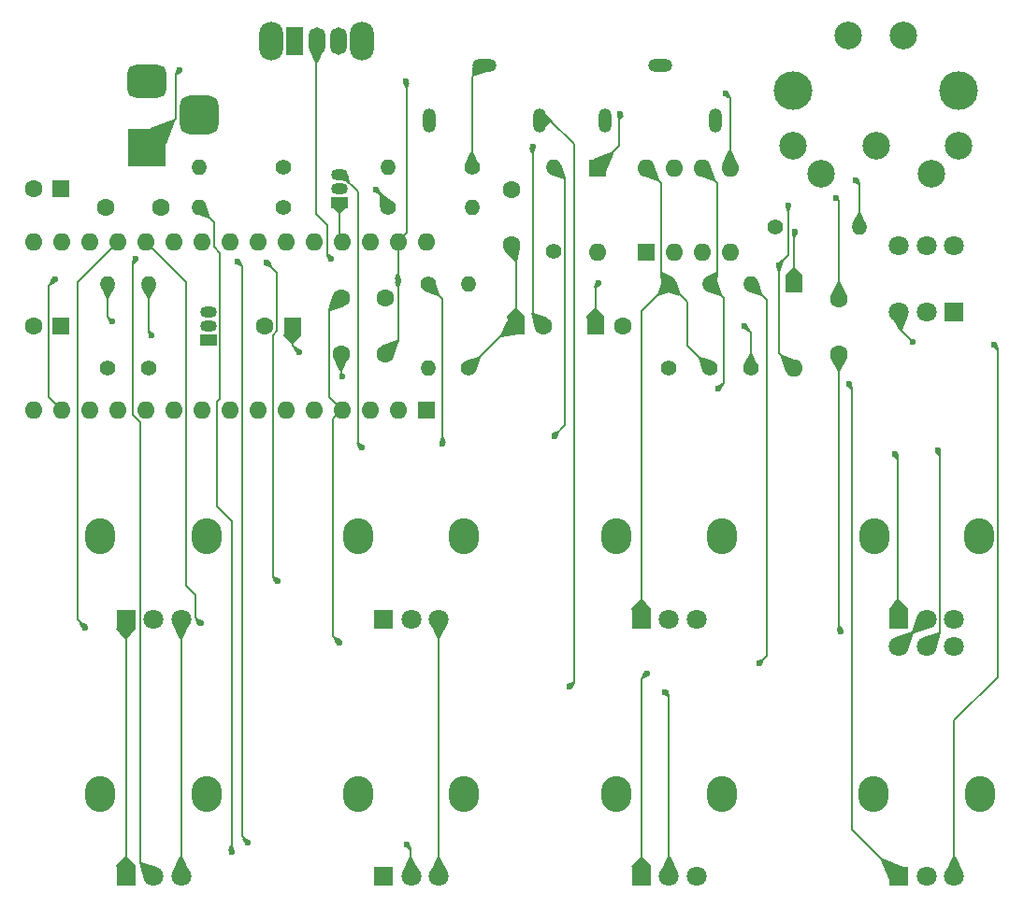
<source format=gbr>
%TF.GenerationSoftware,KiCad,Pcbnew,8.0.8*%
%TF.CreationDate,2025-02-08T23:29:31-05:00*%
%TF.ProjectId,stringy,73747269-6e67-4792-9e6b-696361645f70,rev?*%
%TF.SameCoordinates,Original*%
%TF.FileFunction,Copper,L1,Top*%
%TF.FilePolarity,Positive*%
%FSLAX46Y46*%
G04 Gerber Fmt 4.6, Leading zero omitted, Abs format (unit mm)*
G04 Created by KiCad (PCBNEW 8.0.8) date 2025-02-08 23:29:31*
%MOMM*%
%LPD*%
G01*
G04 APERTURE LIST*
G04 Aperture macros list*
%AMRoundRect*
0 Rectangle with rounded corners*
0 $1 Rounding radius*
0 $2 $3 $4 $5 $6 $7 $8 $9 X,Y pos of 4 corners*
0 Add a 4 corners polygon primitive as box body*
4,1,4,$2,$3,$4,$5,$6,$7,$8,$9,$2,$3,0*
0 Add four circle primitives for the rounded corners*
1,1,$1+$1,$2,$3*
1,1,$1+$1,$4,$5*
1,1,$1+$1,$6,$7*
1,1,$1+$1,$8,$9*
0 Add four rect primitives between the rounded corners*
20,1,$1+$1,$2,$3,$4,$5,0*
20,1,$1+$1,$4,$5,$6,$7,0*
20,1,$1+$1,$6,$7,$8,$9,0*
20,1,$1+$1,$8,$9,$2,$3,0*%
G04 Aperture macros list end*
%TA.AperFunction,ComponentPad*%
%ADD10C,1.400000*%
%TD*%
%TA.AperFunction,ComponentPad*%
%ADD11O,1.400000X1.400000*%
%TD*%
%TA.AperFunction,ComponentPad*%
%ADD12O,2.720000X3.240000*%
%TD*%
%TA.AperFunction,ComponentPad*%
%ADD13R,1.800000X1.800000*%
%TD*%
%TA.AperFunction,ComponentPad*%
%ADD14C,1.800000*%
%TD*%
%TA.AperFunction,ComponentPad*%
%ADD15C,1.600000*%
%TD*%
%TA.AperFunction,ComponentPad*%
%ADD16R,1.600000X1.600000*%
%TD*%
%TA.AperFunction,ComponentPad*%
%ADD17O,1.600000X1.600000*%
%TD*%
%TA.AperFunction,ComponentPad*%
%ADD18R,1.500000X1.050000*%
%TD*%
%TA.AperFunction,ComponentPad*%
%ADD19O,1.500000X1.050000*%
%TD*%
%TA.AperFunction,ComponentPad*%
%ADD20O,1.200000X2.200000*%
%TD*%
%TA.AperFunction,ComponentPad*%
%ADD21O,2.200000X1.200000*%
%TD*%
%TA.AperFunction,ComponentPad*%
%ADD22C,3.500000*%
%TD*%
%TA.AperFunction,ComponentPad*%
%ADD23C,2.500000*%
%TD*%
%TA.AperFunction,ComponentPad*%
%ADD24R,3.500000X3.500000*%
%TD*%
%TA.AperFunction,ComponentPad*%
%ADD25RoundRect,0.750000X-1.000000X0.750000X-1.000000X-0.750000X1.000000X-0.750000X1.000000X0.750000X0*%
%TD*%
%TA.AperFunction,ComponentPad*%
%ADD26RoundRect,0.875000X-0.875000X0.875000X-0.875000X-0.875000X0.875000X-0.875000X0.875000X0.875000X0*%
%TD*%
%TA.AperFunction,ComponentPad*%
%ADD27O,2.200000X3.500000*%
%TD*%
%TA.AperFunction,ComponentPad*%
%ADD28R,1.500000X2.500000*%
%TD*%
%TA.AperFunction,ComponentPad*%
%ADD29O,1.500000X2.500000*%
%TD*%
%TA.AperFunction,ViaPad*%
%ADD30C,0.600000*%
%TD*%
%TA.AperFunction,Conductor*%
%ADD31C,0.200000*%
%TD*%
G04 APERTURE END LIST*
D10*
%TO.P,R11,1*%
%TO.N,Net-(C9-Pad1)*%
X65727387Y-60740832D03*
D11*
%TO.P,R11,2*%
%TO.N,LPG Out*%
X65727387Y-53120832D03*
%TD*%
D12*
%TO.P,RV4,*%
%TO.N,*%
X84693333Y-75983334D03*
X94293333Y-75983334D03*
D13*
%TO.P,RV4,1,1*%
%TO.N,+5V*%
X86993333Y-83483334D03*
D14*
%TO.P,RV4,2,2*%
%TO.N,Net-(A1-A1)*%
X89493333Y-83483334D03*
%TO.P,RV4,3,3*%
%TO.N,GND*%
X91993333Y-83483334D03*
%TD*%
D15*
%TO.P,C4,1*%
%TO.N,Net-(C4-Pad1)*%
X66835018Y-46155000D03*
%TO.P,C4,2*%
%TO.N,Net-(Q1-B)*%
X61835018Y-46155000D03*
%TD*%
D13*
%TO.P,SW1,1,A*%
%TO.N,Synth Out*%
X138660000Y-55650000D03*
D14*
%TO.P,SW1,2,B*%
%TO.N,Net-(C10-Pad1)*%
X136160000Y-55650000D03*
%TO.P,SW1,3,C*%
%TO.N,LPG Out*%
X133660000Y-55650000D03*
%TO.P,SW1,4,A*%
%TO.N,unconnected-(SW1-A-Pad4)*%
X138660000Y-49650000D03*
%TO.P,SW1,5,B*%
%TO.N,unconnected-(SW1-B-Pad5)*%
X136160000Y-49650000D03*
%TO.P,SW1,6,C*%
%TO.N,unconnected-(SW1-C-Pad6)*%
X133660000Y-49650000D03*
%TD*%
D10*
%TO.P,R8,1*%
%TO.N,GND*%
X94990751Y-42570000D03*
D11*
%TO.P,R8,2*%
%TO.N,Net-(Q1-E)*%
X87370751Y-42570000D03*
%TD*%
D16*
%TO.P,D2,1,K*%
%TO.N,Gate*%
X106327996Y-42600000D03*
D17*
%TO.P,D2,2,A*%
%TO.N,Net-(D2-A)*%
X106327996Y-50220000D03*
%TD*%
D12*
%TO.P,RV1,*%
%TO.N,*%
X108026666Y-75983334D03*
X117626666Y-75983334D03*
D13*
%TO.P,RV1,1,1*%
%TO.N,+5V*%
X110326666Y-83483334D03*
D14*
%TO.P,RV1,2,2*%
%TO.N,Net-(A1-A4)*%
X112826666Y-83483334D03*
%TO.P,RV1,3,3*%
%TO.N,GND*%
X115326666Y-83483334D03*
%TD*%
D12*
%TO.P,RV6,*%
%TO.N,*%
X131410000Y-75983334D03*
X140910000Y-75983334D03*
D13*
%TO.P,RV6,1,1*%
%TO.N,Net-(Q1-E)*%
X133660000Y-83483334D03*
D14*
%TO.P,RV6,2,2*%
%TO.N,Net-(C5-Pad1)*%
X136160000Y-83483334D03*
%TO.P,RV6,3,3*%
%TO.N,unconnected-(RV6-Pad3)*%
X138660000Y-83483334D03*
%TO.P,RV6,4,4*%
%TO.N,Net-(C5-Pad1)*%
X133660000Y-85983334D03*
%TO.P,RV6,5,5*%
%TO.N,Net-(C6-Pad1)*%
X136160000Y-85983334D03*
%TO.P,RV6,6,6*%
%TO.N,unconnected-(RV6-Pad6)*%
X138660000Y-85983334D03*
%TD*%
D12*
%TO.P,RV8,*%
%TO.N,*%
X108026666Y-99316668D03*
X117626666Y-99316668D03*
D13*
%TO.P,RV8,1,1*%
%TO.N,Net-(R13-Pad2)*%
X110326666Y-106816668D03*
D14*
%TO.P,RV8,2,2*%
%TO.N,Audio Out*%
X112826666Y-106816668D03*
%TO.P,RV8,3,3*%
%TO.N,GND*%
X115326666Y-106816668D03*
%TD*%
D10*
%TO.P,R7,1*%
%TO.N,Net-(C4-Pad1)*%
X77880262Y-46155000D03*
D11*
%TO.P,R7,2*%
%TO.N,Net-(R7-Pad2)*%
X70260262Y-46155000D03*
%TD*%
D18*
%TO.P,Q1,1,C*%
%TO.N,+5V*%
X82985506Y-45745001D03*
D19*
%TO.P,Q1,2,B*%
%TO.N,Net-(Q1-B)*%
X82985506Y-44475001D03*
%TO.P,Q1,3,E*%
%TO.N,Net-(Q1-E)*%
X82985506Y-43205001D03*
%TD*%
D10*
%TO.P,R10,1*%
%TO.N,Net-(C9-Pad1)*%
X62018580Y-60740832D03*
D11*
%TO.P,R10,2*%
%TO.N,Net-(Q2-B)*%
X62018580Y-53120832D03*
%TD*%
D10*
%TO.P,R12,1*%
%TO.N,Net-(R12-Pad1)*%
X112815963Y-60740832D03*
D11*
%TO.P,R12,2*%
%TO.N,+5V*%
X112815963Y-53120832D03*
%TD*%
D16*
%TO.P,C2,1*%
%TO.N,Net-(C1-Pad1)*%
X98958577Y-56930832D03*
D15*
%TO.P,C2,2*%
%TO.N,Synth Out*%
X101458577Y-56930832D03*
%TD*%
D10*
%TO.P,R1,1*%
%TO.N,+5V*%
X116524770Y-60740832D03*
D11*
%TO.P,R1,2*%
%TO.N,Net-(A1-D0{slash}RX)*%
X116524770Y-53120832D03*
%TD*%
D10*
%TO.P,R4,1*%
%TO.N,Net-(D2-A)*%
X102421996Y-50190000D03*
D11*
%TO.P,R4,2*%
%TO.N,Net-(A1-D10)*%
X102421996Y-42570000D03*
%TD*%
D12*
%TO.P,RV5,*%
%TO.N,*%
X61360000Y-75983334D03*
X70960000Y-75983334D03*
D13*
%TO.P,RV5,1,1*%
%TO.N,+5V*%
X63660000Y-83483334D03*
D14*
%TO.P,RV5,2,2*%
%TO.N,Net-(A1-A0)*%
X66160000Y-83483334D03*
%TO.P,RV5,3,3*%
%TO.N,GND*%
X68660000Y-83483334D03*
%TD*%
D16*
%TO.P,C8,1*%
%TO.N,Net-(C7-Pad1)*%
X78734999Y-56930832D03*
D15*
%TO.P,C8,2*%
%TO.N,Net-(Q2-B)*%
X76234999Y-56930832D03*
%TD*%
D16*
%TO.P,C3,1*%
%TO.N,Net-(C3-Pad1)*%
X57770000Y-44475000D03*
D15*
%TO.P,C3,2*%
%TO.N,Net-(Q1-B)*%
X55270000Y-44475000D03*
%TD*%
D16*
%TO.P,C10,1*%
%TO.N,Net-(C10-Pad1)*%
X106157157Y-56930832D03*
D15*
%TO.P,C10,2*%
%TO.N,Net-(C10-Pad2)*%
X108657157Y-56930832D03*
%TD*%
D10*
%TO.P,R5,1*%
%TO.N,Synth Out*%
X77880262Y-42570000D03*
D11*
%TO.P,R5,2*%
%TO.N,Net-(C3-Pad1)*%
X70260262Y-42570000D03*
%TD*%
D10*
%TO.P,R3,1*%
%TO.N,Net-(C1-Pad1)*%
X94709996Y-60740832D03*
D11*
%TO.P,R3,2*%
%TO.N,Net-(A1-D11)*%
X94709996Y-53120832D03*
%TD*%
D12*
%TO.P,RV3,*%
%TO.N,*%
X61360000Y-99316668D03*
X70960000Y-99316668D03*
D13*
%TO.P,RV3,1,1*%
%TO.N,+5V*%
X63660000Y-106816668D03*
D14*
%TO.P,RV3,2,2*%
%TO.N,Net-(A1-A2)*%
X66160000Y-106816668D03*
%TO.P,RV3,3,3*%
%TO.N,GND*%
X68660000Y-106816668D03*
%TD*%
D15*
%TO.P,C1,1*%
%TO.N,Net-(C1-Pad1)*%
X98565996Y-49590000D03*
%TO.P,C1,2*%
%TO.N,GND*%
X98565996Y-44590000D03*
%TD*%
D16*
%TO.P,D1,1,K*%
%TO.N,Net-(D1-K)*%
X124142383Y-53160000D03*
D17*
%TO.P,D1,2,A*%
%TO.N,Net-(D1-A)*%
X124142383Y-60780000D03*
%TD*%
D15*
%TO.P,C6,1*%
%TO.N,Net-(C6-Pad1)*%
X87142383Y-54430832D03*
%TO.P,C6,2*%
%TO.N,GND*%
X87142383Y-59430832D03*
%TD*%
D12*
%TO.P,RV7,*%
%TO.N,*%
X131360000Y-99316668D03*
X140960000Y-99316668D03*
D13*
%TO.P,RV7,1,1*%
%TO.N,Net-(R12-Pad1)*%
X133660000Y-106816668D03*
D14*
%TO.P,RV7,2,2*%
%TO.N,Net-(R7-Pad2)*%
X136160000Y-106816668D03*
%TO.P,RV7,3,3*%
%TO.N,LPG Out*%
X138660000Y-106816668D03*
%TD*%
D12*
%TO.P,RV2,*%
%TO.N,*%
X84693333Y-99316668D03*
X94293333Y-99316668D03*
D13*
%TO.P,RV2,1,1*%
%TO.N,+5V*%
X86993333Y-106816668D03*
D14*
%TO.P,RV2,2,2*%
%TO.N,Net-(A1-A3)*%
X89493333Y-106816668D03*
%TO.P,RV2,3,3*%
%TO.N,GND*%
X91993333Y-106816668D03*
%TD*%
D18*
%TO.P,Q2,1,C*%
%TO.N,LPG Out*%
X71116193Y-58200833D03*
D19*
%TO.P,Q2,2,B*%
%TO.N,Net-(Q2-B)*%
X71116193Y-56930833D03*
%TO.P,Q2,3,E*%
%TO.N,GND*%
X71116193Y-55660833D03*
%TD*%
D10*
%TO.P,R13,1*%
%TO.N,Net-(C10-Pad2)*%
X120233577Y-60740832D03*
D11*
%TO.P,R13,2*%
%TO.N,Net-(R13-Pad2)*%
X120233577Y-53120832D03*
%TD*%
D16*
%TO.P,C9,1*%
%TO.N,Net-(C9-Pad1)*%
X57770000Y-56930832D03*
D15*
%TO.P,C9,2*%
%TO.N,GND*%
X55270000Y-56930832D03*
%TD*%
%TO.P,C7,1*%
%TO.N,Net-(C7-Pad1)*%
X83133578Y-59430832D03*
%TO.P,C7,2*%
%TO.N,GND*%
X83133578Y-54430832D03*
%TD*%
%TO.P,C5,1*%
%TO.N,Net-(C5-Pad1)*%
X128201188Y-59500000D03*
%TO.P,C5,2*%
%TO.N,GND*%
X128201188Y-54500000D03*
%TD*%
D10*
%TO.P,R9,1*%
%TO.N,Net-(C6-Pad1)*%
X91001189Y-53120832D03*
D11*
%TO.P,R9,2*%
%TO.N,Net-(C7-Pad1)*%
X91001189Y-60740832D03*
%TD*%
D10*
%TO.P,R6,1*%
%TO.N,Net-(Q1-B)*%
X87370751Y-46155000D03*
D11*
%TO.P,R6,2*%
%TO.N,+5V*%
X94990751Y-46155000D03*
%TD*%
D16*
%TO.P,U1,1,NC*%
%TO.N,unconnected-(U1-NC-Pad1)*%
X110733996Y-50210000D03*
D17*
%TO.P,U1,2,C1*%
%TO.N,Net-(D1-K)*%
X113273996Y-50210000D03*
%TO.P,U1,3,C2*%
%TO.N,Net-(D1-A)*%
X115813996Y-50210000D03*
%TO.P,U1,4,NC*%
%TO.N,unconnected-(U1-NC-Pad4)*%
X118353996Y-50210000D03*
%TO.P,U1,5,GND*%
%TO.N,GND*%
X118353996Y-42590000D03*
%TO.P,U1,6,VO2*%
%TO.N,Net-(A1-D0{slash}RX)*%
X115813996Y-42590000D03*
%TO.P,U1,7,VO1*%
%TO.N,unconnected-(U1-VO1-Pad7)*%
X113273996Y-42590000D03*
%TO.P,U1,8,VCC*%
%TO.N,+5V*%
X110733996Y-42590000D03*
%TD*%
D10*
%TO.P,R2,1*%
%TO.N,Net-(D1-K)*%
X122440000Y-47970000D03*
D11*
%TO.P,R2,2*%
%TO.N,Net-(J1-Pad5)*%
X130060000Y-47970000D03*
%TD*%
D16*
%TO.P,A1,1,D1/TX*%
%TO.N,unconnected-(A1-D1{slash}TX-Pad1)*%
X90830000Y-64540832D03*
D17*
%TO.P,A1,2,D0/RX*%
%TO.N,Net-(A1-D0{slash}RX)*%
X88290000Y-64540832D03*
%TO.P,A1,3,~{RESET}*%
%TO.N,unconnected-(A1-~{RESET}-Pad3)*%
X85750000Y-64540832D03*
%TO.P,A1,4,GND*%
%TO.N,GND*%
X83210000Y-64540832D03*
%TO.P,A1,5,D2*%
%TO.N,unconnected-(A1-D2-Pad5)*%
X80670000Y-64540832D03*
%TO.P,A1,6,D3*%
%TO.N,unconnected-(A1-D3-Pad6)*%
X78130000Y-64540832D03*
%TO.P,A1,7,D4*%
%TO.N,unconnected-(A1-D4-Pad7)*%
X75590000Y-64540832D03*
%TO.P,A1,8,D5*%
%TO.N,unconnected-(A1-D5-Pad8)*%
X73050000Y-64540832D03*
%TO.P,A1,9,D6*%
%TO.N,unconnected-(A1-D6-Pad9)*%
X70510000Y-64540832D03*
%TO.P,A1,10,D7*%
%TO.N,unconnected-(A1-D7-Pad10)*%
X67970000Y-64540832D03*
%TO.P,A1,11,D8*%
%TO.N,unconnected-(A1-D8-Pad11)*%
X65430000Y-64540832D03*
%TO.P,A1,12,D9*%
%TO.N,unconnected-(A1-D9-Pad12)*%
X62890000Y-64540832D03*
%TO.P,A1,13,D10*%
%TO.N,Net-(A1-D10)*%
X60350000Y-64540832D03*
%TO.P,A1,14,D11*%
%TO.N,Net-(A1-D11)*%
X57810000Y-64540832D03*
%TO.P,A1,15,D12*%
%TO.N,unconnected-(A1-D12-Pad15)*%
X55270000Y-64540832D03*
%TO.P,A1,16,D13*%
%TO.N,unconnected-(A1-D13-Pad16)*%
X55270000Y-49300832D03*
%TO.P,A1,17,3V3*%
%TO.N,unconnected-(A1-3V3-Pad17)*%
X57810000Y-49300832D03*
%TO.P,A1,18,AREF*%
%TO.N,unconnected-(A1-AREF-Pad18)*%
X60350000Y-49300832D03*
%TO.P,A1,19,A0*%
%TO.N,Net-(A1-A0)*%
X62890000Y-49300832D03*
%TO.P,A1,20,A1*%
%TO.N,Net-(A1-A1)*%
X65430000Y-49300832D03*
%TO.P,A1,21,A2*%
%TO.N,Net-(A1-A2)*%
X67970000Y-49300832D03*
%TO.P,A1,22,A3*%
%TO.N,Net-(A1-A3)*%
X70510000Y-49300832D03*
%TO.P,A1,23,A4*%
%TO.N,Net-(A1-A4)*%
X73050000Y-49300832D03*
%TO.P,A1,24,A5*%
%TO.N,unconnected-(A1-A5-Pad24)*%
X75590000Y-49300832D03*
%TO.P,A1,25,A6*%
%TO.N,unconnected-(A1-A6-Pad25)*%
X78130000Y-49300832D03*
%TO.P,A1,26,A7*%
%TO.N,unconnected-(A1-A7-Pad26)*%
X80670000Y-49300832D03*
%TO.P,A1,27,+5V*%
%TO.N,+5V*%
X83210000Y-49300832D03*
%TO.P,A1,28,~{RESET}*%
%TO.N,unconnected-(A1-~{RESET}-Pad28)*%
X85750000Y-49300832D03*
%TO.P,A1,29,GND*%
%TO.N,GND*%
X88290000Y-49300832D03*
%TO.P,A1,30,VIN*%
%TO.N,Net-(A1-VIN)*%
X90830000Y-49300832D03*
%TD*%
D20*
%TO.P,J4,R*%
%TO.N,N/C*%
X107070000Y-38270000D03*
D21*
%TO.P,J4,S*%
%TO.N,GND*%
X112070000Y-33270000D03*
D20*
%TO.P,J4,T*%
%TO.N,Gate*%
X117070000Y-38270000D03*
%TD*%
D22*
%TO.P,J1,*%
%TO.N,*%
X139057500Y-35605000D03*
X124057500Y-35605000D03*
D23*
%TO.P,J1,1*%
%TO.N,unconnected-(J1-Pad1)*%
X139057500Y-40605000D03*
%TO.P,J1,2*%
%TO.N,unconnected-(J1-Pad2)*%
X131557500Y-40605000D03*
%TO.P,J1,3*%
%TO.N,unconnected-(J1-Pad3)*%
X124057500Y-40605000D03*
%TO.P,J1,4*%
%TO.N,Net-(D1-A)*%
X136557500Y-43105000D03*
%TO.P,J1,5*%
%TO.N,Net-(J1-Pad5)*%
X126557500Y-43105000D03*
%TO.P,J1,G*%
%TO.N,N/C*%
X134057500Y-30605000D03*
X129057500Y-30605000D03*
%TD*%
D24*
%TO.P,J2,1*%
%TO.N,Net-(SW2-C)*%
X65562500Y-40770000D03*
D25*
%TO.P,J2,2*%
%TO.N,GND*%
X65562500Y-34770000D03*
D26*
%TO.P,J2,3*%
%TO.N,unconnected-(J2-Pad3)*%
X70262500Y-37770000D03*
%TD*%
D20*
%TO.P,J3,R*%
%TO.N,N/C*%
X91082500Y-38270000D03*
D21*
%TO.P,J3,S*%
%TO.N,GND*%
X96082500Y-33270000D03*
D20*
%TO.P,J3,T*%
%TO.N,Audio Out*%
X101082500Y-38270000D03*
%TD*%
D27*
%TO.P,SW2,*%
%TO.N,*%
X76830000Y-31070000D03*
X85030000Y-31070000D03*
D28*
%TO.P,SW2,1,A*%
%TO.N,unconnected-(SW2-A-Pad1)*%
X78930000Y-31070000D03*
D29*
%TO.P,SW2,2,B*%
%TO.N,Net-(A1-VIN)*%
X80930000Y-31070000D03*
%TO.P,SW2,3,C*%
%TO.N,Net-(SW2-C)*%
X82930000Y-31070000D03*
%TD*%
D30*
%TO.N,Net-(A1-D0{slash}RX)*%
X117300000Y-62590000D03*
%TO.N,Net-(A1-D11)*%
X57230000Y-52700000D03*
%TO.N,GND*%
X89030000Y-34770000D03*
X88290000Y-52800000D03*
X117948996Y-35861004D03*
X82980000Y-85590000D03*
X127930000Y-45350000D03*
%TO.N,Net-(A1-A1)*%
X70450000Y-83890000D03*
%TO.N,Net-(A1-A3)*%
X73780000Y-51080000D03*
X89100000Y-103930000D03*
X74720000Y-103740000D03*
%TO.N,Net-(A1-A4)*%
X77390000Y-80050000D03*
X76430000Y-51190000D03*
%TO.N,Net-(A1-A2)*%
X64560000Y-50800000D03*
%TO.N,Net-(A1-VIN)*%
X82210000Y-50860000D03*
%TO.N,Net-(A1-D10)*%
X102440000Y-66890000D03*
%TO.N,Net-(A1-A0)*%
X59985000Y-84255000D03*
%TO.N,Synth Out*%
X100480000Y-40660000D03*
%TO.N,Net-(Q1-B)*%
X86310000Y-44555000D03*
%TO.N,Net-(C5-Pad1)*%
X128370000Y-84590000D03*
%TO.N,Net-(C6-Pad1)*%
X137160000Y-68170000D03*
X92340000Y-67630000D03*
%TO.N,Net-(C7-Pad1)*%
X83230000Y-61460000D03*
X79360000Y-59320000D03*
%TO.N,Net-(Q2-B)*%
X62410000Y-56520000D03*
%TO.N,Net-(C10-Pad2)*%
X119670000Y-56930832D03*
%TO.N,Net-(D1-A)*%
X123650000Y-45970000D03*
X122780000Y-51460000D03*
%TO.N,Net-(D1-K)*%
X124250000Y-48380000D03*
%TO.N,Gate*%
X108435000Y-37735000D03*
%TO.N,Net-(J1-Pad5)*%
X129750000Y-43700000D03*
%TO.N,Net-(Q1-E)*%
X85050000Y-67960000D03*
X133300000Y-68570000D03*
%TO.N,LPG Out*%
X65995000Y-57805000D03*
X134870000Y-58350000D03*
X142280000Y-58610000D03*
%TO.N,Net-(R7-Pad2)*%
X73220000Y-104630000D03*
%TO.N,Net-(R12-Pad1)*%
X129130000Y-62200000D03*
%TO.N,Net-(R13-Pad2)*%
X120970000Y-87530000D03*
X110810000Y-88410000D03*
%TO.N,Audio Out*%
X112490000Y-90090000D03*
X103790000Y-89640000D03*
%TO.N,Net-(SW2-C)*%
X68550000Y-33690000D03*
%TO.N,Net-(C10-Pad1)*%
X106490000Y-53000000D03*
%TD*%
D31*
%TO.N,Net-(A1-D0{slash}RX)*%
X117224770Y-44000774D02*
X115813996Y-42590000D01*
X117300000Y-62590000D02*
X117780000Y-62110000D01*
X117224770Y-52420832D02*
X117224770Y-44000774D01*
X117780000Y-54376062D02*
X116524770Y-53120832D01*
X116524770Y-53120832D02*
X117224770Y-52420832D01*
X117780000Y-62110000D02*
X117780000Y-54376062D01*
%TO.N,Net-(A1-D11)*%
X56670000Y-63400832D02*
X57810000Y-64540832D01*
X57230000Y-52700000D02*
X56670000Y-53260000D01*
X56670000Y-53260000D02*
X56670000Y-63400832D01*
%TO.N,GND*%
X88290000Y-49300832D02*
X88290000Y-52800000D01*
X82033578Y-55530832D02*
X83133578Y-54430832D01*
X88290000Y-58283215D02*
X87142383Y-59430832D01*
X89089999Y-34829999D02*
X89030000Y-34770000D01*
X117948996Y-35861004D02*
X118353996Y-36266004D01*
X128201188Y-45621188D02*
X128201188Y-54500000D01*
X88290000Y-49300832D02*
X89089999Y-48500833D01*
X94990751Y-42570000D02*
X94990751Y-34361749D01*
X88290000Y-52800000D02*
X88290000Y-58283215D01*
X127930000Y-45350000D02*
X128201188Y-45621188D01*
X82410001Y-65340831D02*
X83210000Y-64540832D01*
X83210000Y-64540832D02*
X82033578Y-63364410D01*
X82980000Y-85590000D02*
X82410001Y-85020001D01*
X91993333Y-106816668D02*
X91993333Y-83483334D01*
X82033578Y-63364410D02*
X82033578Y-55530832D01*
X118353996Y-36266004D02*
X118353996Y-42590000D01*
X89089999Y-48500833D02*
X89089999Y-34829999D01*
X94990751Y-34361749D02*
X96082500Y-33270000D01*
X68660000Y-83483334D02*
X68660000Y-106816668D01*
X82410001Y-85020001D02*
X82410001Y-65340831D01*
%TO.N,Net-(A1-A1)*%
X69100000Y-80480000D02*
X69100000Y-52970832D01*
X70450000Y-83890000D02*
X69940000Y-83380000D01*
X69940000Y-81320000D02*
X69100000Y-80480000D01*
X69100000Y-52970832D02*
X65430000Y-49300832D01*
X69940000Y-83380000D02*
X69940000Y-81320000D01*
%TO.N,Net-(A1-A3)*%
X89100000Y-103930000D02*
X89440000Y-104270000D01*
X74150000Y-103170000D02*
X74150000Y-51450000D01*
X89440000Y-104270000D02*
X89440000Y-106763335D01*
X74150000Y-51450000D02*
X73780000Y-51080000D01*
X74720000Y-103740000D02*
X74150000Y-103170000D01*
%TO.N,Net-(A1-A4)*%
X77334999Y-52094999D02*
X76430000Y-51190000D01*
X77390000Y-80050000D02*
X76970000Y-79630000D01*
X77334999Y-57386467D02*
X77334999Y-52094999D01*
X76970000Y-57751466D02*
X77334999Y-57386467D01*
X76970000Y-79630000D02*
X76970000Y-57751466D01*
%TO.N,Net-(A1-A2)*%
X64560000Y-50800000D02*
X64320000Y-51040000D01*
X64320000Y-51040000D02*
X64320000Y-64986467D01*
X64960000Y-65626467D02*
X64960000Y-105616668D01*
X64960000Y-105616668D02*
X66160000Y-106816668D01*
X64320000Y-64986467D02*
X64960000Y-65626467D01*
%TO.N,Net-(A1-VIN)*%
X80910000Y-46790000D02*
X81920000Y-47800000D01*
X80930000Y-31070000D02*
X80910000Y-31090000D01*
X81920000Y-50570000D02*
X82210000Y-50860000D01*
X80910000Y-31090000D02*
X80910000Y-46790000D01*
X81920000Y-47800000D02*
X81920000Y-50570000D01*
%TO.N,+5V*%
X112815963Y-53120832D02*
X114460000Y-54764869D01*
X114460000Y-58676062D02*
X116524770Y-60740832D01*
X114460000Y-54764869D02*
X114460000Y-58676062D01*
X110326666Y-55610129D02*
X112815963Y-53120832D01*
X82985506Y-45745001D02*
X82985506Y-49076338D01*
X112115963Y-43971967D02*
X110733996Y-42590000D01*
X112815963Y-53120832D02*
X112115963Y-52420832D01*
X112115963Y-52420832D02*
X112115963Y-43971967D01*
X110326666Y-83483334D02*
X110326666Y-55610129D01*
X63660000Y-83483334D02*
X63660000Y-106816668D01*
%TO.N,Net-(A1-D10)*%
X103421996Y-43570000D02*
X103421996Y-65908004D01*
X103421996Y-65908004D02*
X102440000Y-66890000D01*
X102421996Y-42570000D02*
X103421996Y-43570000D01*
%TO.N,Net-(A1-A0)*%
X59250000Y-52940832D02*
X62890000Y-49300832D01*
X59250000Y-83520000D02*
X59250000Y-52940832D01*
X59985000Y-84255000D02*
X59250000Y-83520000D01*
%TO.N,Net-(C1-Pad1)*%
X98958577Y-56930832D02*
X98958577Y-49982581D01*
X98519996Y-56930832D02*
X94709996Y-60740832D01*
%TO.N,Synth Out*%
X100480000Y-40660000D02*
X100480000Y-55952255D01*
X100480000Y-55952255D02*
X101458577Y-56930832D01*
%TO.N,Net-(Q1-B)*%
X86310000Y-44555000D02*
X87370751Y-45615751D01*
X87370751Y-45615751D02*
X87370751Y-46155000D01*
%TO.N,Net-(C5-Pad1)*%
X136160000Y-83483334D02*
X133660000Y-85983334D01*
X128201188Y-59500000D02*
X128201188Y-84421188D01*
X128201188Y-84421188D02*
X128370000Y-84590000D01*
%TO.N,Net-(C6-Pad1)*%
X137160000Y-68170000D02*
X137360000Y-68370000D01*
X92350000Y-54469643D02*
X91001189Y-53120832D01*
X92340000Y-67630000D02*
X92350000Y-67620000D01*
X92350000Y-67620000D02*
X92350000Y-54469643D01*
X137360000Y-68370000D02*
X137360000Y-84783334D01*
X137360000Y-84783334D02*
X136160000Y-85983334D01*
%TO.N,Net-(C7-Pad1)*%
X83133578Y-61363578D02*
X83133578Y-59430832D01*
X78734999Y-58694999D02*
X78734999Y-56930832D01*
X83230000Y-61460000D02*
X83133578Y-61363578D01*
X79360000Y-59320000D02*
X78734999Y-58694999D01*
%TO.N,Net-(Q2-B)*%
X62010000Y-56120000D02*
X62010000Y-56110000D01*
X62010000Y-56110000D02*
X62018580Y-56101420D01*
X62018580Y-56101420D02*
X62018580Y-53120832D01*
X62410000Y-56520000D02*
X62010000Y-56120000D01*
%TO.N,Net-(C10-Pad2)*%
X119670000Y-56930832D02*
X120233577Y-57494409D01*
X120233577Y-57494409D02*
X120233577Y-60740832D01*
%TO.N,Net-(D1-A)*%
X122780000Y-51360000D02*
X122780000Y-51460000D01*
X124142383Y-60780000D02*
X122780000Y-59417617D01*
X123650000Y-45970000D02*
X123650000Y-50490000D01*
X122780000Y-59417617D02*
X122780000Y-51460000D01*
X123650000Y-50490000D02*
X122780000Y-51360000D01*
%TO.N,Net-(D1-K)*%
X124142383Y-48487617D02*
X124250000Y-48380000D01*
X124142383Y-53160000D02*
X124142383Y-48487617D01*
%TO.N,Gate*%
X108435000Y-37735000D02*
X108330000Y-37840000D01*
X108330000Y-37840000D02*
X108330000Y-40597996D01*
X108330000Y-40597996D02*
X106327996Y-42600000D01*
%TO.N,Net-(J1-Pad5)*%
X130060000Y-44010000D02*
X129750000Y-43700000D01*
X130060000Y-47970000D02*
X130060000Y-44010000D01*
%TO.N,Net-(Q1-E)*%
X83107232Y-43205001D02*
X84650000Y-44747769D01*
X133530000Y-68800000D02*
X133530000Y-83483334D01*
X82985506Y-43205001D02*
X83107232Y-43205001D01*
X84650000Y-44747769D02*
X84650000Y-67560000D01*
X84650000Y-67560000D02*
X85050000Y-67960000D01*
X133300000Y-68570000D02*
X133530000Y-68800000D01*
%TO.N,LPG Out*%
X138660000Y-92680391D02*
X138660000Y-106816668D01*
X142570000Y-88770391D02*
X138660000Y-92680391D01*
X134870000Y-58350000D02*
X133660000Y-57140000D01*
X65995000Y-57805000D02*
X65727387Y-57537387D01*
X142280000Y-58610000D02*
X142570000Y-58900000D01*
X65727387Y-57537387D02*
X65727387Y-53120832D01*
X133660000Y-57140000D02*
X133660000Y-55650000D01*
X142570000Y-58900000D02*
X142570000Y-88770391D01*
%TO.N,Net-(R7-Pad2)*%
X70260262Y-46155000D02*
X71610000Y-47504738D01*
X71920000Y-63775197D02*
X71920000Y-73290000D01*
X72166193Y-63529004D02*
X71920000Y-63775197D01*
X73220000Y-74590000D02*
X73220000Y-104630000D01*
X72166193Y-50312660D02*
X72166193Y-63529004D01*
X71610000Y-47504738D02*
X71610000Y-49756467D01*
X71610000Y-49756467D02*
X72166193Y-50312660D01*
X71920000Y-73290000D02*
X73220000Y-74590000D01*
%TO.N,Net-(R12-Pad1)*%
X129130000Y-62200000D02*
X129410000Y-62480000D01*
X129410000Y-62480000D02*
X129410000Y-102566668D01*
X129410000Y-102566668D02*
X133660000Y-106816668D01*
%TO.N,Net-(R13-Pad2)*%
X110326666Y-88893334D02*
X110810000Y-88410000D01*
X121700000Y-86800000D02*
X121700000Y-54587255D01*
X120970000Y-87530000D02*
X121700000Y-86800000D01*
X121700000Y-54587255D02*
X120233577Y-53120832D01*
X110326666Y-106816668D02*
X110326666Y-88893334D01*
%TO.N,Audio Out*%
X103790000Y-89640000D02*
X104210000Y-89220000D01*
X112826666Y-90426666D02*
X112826666Y-106816668D01*
X104210000Y-89220000D02*
X104210000Y-40400000D01*
X112490000Y-90090000D02*
X112826666Y-90426666D01*
X102080000Y-38270000D02*
X101082500Y-38270000D01*
X104210000Y-40400000D02*
X102080000Y-38270000D01*
%TO.N,Net-(SW2-C)*%
X68212500Y-38120000D02*
X65562500Y-40770000D01*
X68212500Y-34027500D02*
X68212500Y-38120000D01*
X68550000Y-33690000D02*
X68212500Y-34027500D01*
%TO.N,Net-(C10-Pad1)*%
X106490000Y-53000000D02*
X106157157Y-53332843D01*
X106157157Y-53332843D02*
X106157157Y-56930832D01*
%TD*%
%TA.AperFunction,Conductor*%
%TO.N,GND*%
G36*
X82406236Y-54129541D02*
G01*
X83129087Y-54427978D01*
X83135426Y-54434303D01*
X83135434Y-54434321D01*
X83434824Y-55158089D01*
X83434819Y-55167044D01*
X83428484Y-55173373D01*
X83427479Y-55173735D01*
X82135273Y-55574671D01*
X82131806Y-55575197D01*
X81949572Y-55575197D01*
X81941299Y-55571770D01*
X81937872Y-55563497D01*
X81938421Y-55559954D01*
X82062349Y-55169936D01*
X82390620Y-54136812D01*
X82396392Y-54129966D01*
X82405314Y-54129205D01*
X82406236Y-54129541D01*
G37*
%TD.AperFunction*%
%TD*%
%TA.AperFunction,Conductor*%
%TO.N,GND*%
G36*
X68761058Y-105020095D02*
G01*
X68763239Y-105023114D01*
X69485845Y-106461017D01*
X69486498Y-106469948D01*
X69480645Y-106476725D01*
X69479879Y-106477076D01*
X68664488Y-106815803D01*
X68655534Y-106815812D01*
X68655512Y-106815803D01*
X67840120Y-106477076D01*
X67833794Y-106470737D01*
X67833803Y-106461783D01*
X67834148Y-106461029D01*
X68556761Y-105023114D01*
X68563538Y-105017261D01*
X68567215Y-105016668D01*
X68752785Y-105016668D01*
X68761058Y-105020095D01*
G37*
%TD.AperFunction*%
%TD*%
%TA.AperFunction,Conductor*%
%TO.N,Net-(D1-A)*%
G36*
X123080219Y-50931584D02*
G01*
X123210032Y-51061397D01*
X123213459Y-51069670D01*
X123212933Y-51073139D01*
X123060955Y-51562594D01*
X123055229Y-51569479D01*
X123046312Y-51570299D01*
X123045337Y-51569948D01*
X122783815Y-51462563D01*
X122777463Y-51456251D01*
X122777436Y-51456184D01*
X122668927Y-51191926D01*
X122668954Y-51182971D01*
X122673502Y-51177590D01*
X123065700Y-50929963D01*
X123074525Y-50928445D01*
X123080219Y-50931584D01*
G37*
%TD.AperFunction*%
%TD*%
%TA.AperFunction,Conductor*%
%TO.N,Net-(C7-Pad1)*%
G36*
X83861152Y-59732187D02*
G01*
X83867477Y-59738526D01*
X83867466Y-59747481D01*
X83867152Y-59748173D01*
X83236798Y-61024314D01*
X83230062Y-61030214D01*
X83226308Y-61030832D01*
X83040848Y-61030832D01*
X83032575Y-61027405D01*
X83030358Y-61024314D01*
X82400003Y-59748173D01*
X82399411Y-59739237D01*
X82405311Y-59732501D01*
X82405978Y-59732198D01*
X83129090Y-59431696D01*
X83138039Y-59431686D01*
X83861152Y-59732187D01*
G37*
%TD.AperFunction*%
%TD*%
%TA.AperFunction,Conductor*%
%TO.N,+5V*%
G36*
X115612462Y-59682588D02*
G01*
X116005342Y-59819585D01*
X116780965Y-60090042D01*
X116787649Y-60096002D01*
X116788161Y-60104942D01*
X116787928Y-60105553D01*
X116527332Y-60737042D01*
X116521009Y-60743382D01*
X116520980Y-60743394D01*
X115889491Y-61003990D01*
X115880536Y-61003978D01*
X115874213Y-60997638D01*
X115873980Y-60997027D01*
X115559795Y-60096002D01*
X115466527Y-59828524D01*
X115467039Y-59819585D01*
X115469299Y-59816403D01*
X115600339Y-59685363D01*
X115608611Y-59681937D01*
X115612462Y-59682588D01*
G37*
%TD.AperFunction*%
%TD*%
%TA.AperFunction,Conductor*%
%TO.N,Net-(A1-D10)*%
G36*
X103066229Y-42306853D02*
G01*
X103072552Y-42313193D01*
X103072785Y-42313804D01*
X103480238Y-43482306D01*
X103479726Y-43491246D01*
X103477463Y-43494431D01*
X103346427Y-43625467D01*
X103338154Y-43628894D01*
X103334302Y-43628242D01*
X102165800Y-43220789D01*
X102159116Y-43214829D01*
X102158604Y-43205889D01*
X102158823Y-43205313D01*
X102419434Y-42573787D01*
X102425754Y-42567450D01*
X103057276Y-42306841D01*
X103066229Y-42306853D01*
G37*
%TD.AperFunction*%
%TD*%
%TA.AperFunction,Conductor*%
%TO.N,Net-(A1-VIN)*%
G36*
X82022944Y-50382079D02*
G01*
X82316802Y-50577513D01*
X82321793Y-50584948D01*
X82321138Y-50591719D01*
X82212997Y-50853737D01*
X82206673Y-50860077D01*
X82202143Y-50860973D01*
X81919677Y-50860032D01*
X81911415Y-50856578D01*
X81908216Y-50850489D01*
X81822599Y-50393978D01*
X81824443Y-50385215D01*
X81831942Y-50380321D01*
X81834099Y-50380121D01*
X82016465Y-50380121D01*
X82022944Y-50382079D01*
G37*
%TD.AperFunction*%
%TD*%
%TA.AperFunction,Conductor*%
%TO.N,Net-(A1-D0{slash}RX)*%
G36*
X117659339Y-62100812D02*
G01*
X117789187Y-62230660D01*
X117792614Y-62238933D01*
X117791523Y-62243867D01*
X117581877Y-62694670D01*
X117575281Y-62700726D01*
X117566824Y-62700559D01*
X117303815Y-62592563D01*
X117297463Y-62586251D01*
X117297436Y-62586184D01*
X117189440Y-62323175D01*
X117189467Y-62314220D01*
X117195326Y-62308124D01*
X117646134Y-62098475D01*
X117655079Y-62098095D01*
X117659339Y-62100812D01*
G37*
%TD.AperFunction*%
%TD*%
%TA.AperFunction,Conductor*%
%TO.N,LPG Out*%
G36*
X133666523Y-55652291D02*
G01*
X134480649Y-55989918D01*
X134486978Y-55996252D01*
X134486974Y-56005207D01*
X134486960Y-56005242D01*
X133950802Y-57286366D01*
X133948282Y-57290122D01*
X133818445Y-57419959D01*
X133810172Y-57423386D01*
X133801899Y-57419959D01*
X133800526Y-57418307D01*
X133029101Y-56294404D01*
X133027244Y-56285644D01*
X133030464Y-56279520D01*
X133653764Y-55654834D01*
X133662031Y-55651399D01*
X133666523Y-55652291D01*
G37*
%TD.AperFunction*%
%TD*%
%TA.AperFunction,Conductor*%
%TO.N,Net-(R13-Pad2)*%
G36*
X121329339Y-87040812D02*
G01*
X121459187Y-87170660D01*
X121462614Y-87178933D01*
X121461523Y-87183867D01*
X121251877Y-87634670D01*
X121245281Y-87640726D01*
X121236824Y-87640559D01*
X120973815Y-87532563D01*
X120967463Y-87526251D01*
X120967436Y-87526184D01*
X120859440Y-87263175D01*
X120859467Y-87254220D01*
X120865326Y-87248124D01*
X121316134Y-87038475D01*
X121325079Y-87038095D01*
X121329339Y-87040812D01*
G37*
%TD.AperFunction*%
%TD*%
%TA.AperFunction,Conductor*%
%TO.N,Synth Out*%
G36*
X100746851Y-40770496D02*
G01*
X100753163Y-40776848D01*
X100753330Y-40785305D01*
X100582807Y-41252313D01*
X100576751Y-41258909D01*
X100571817Y-41260000D01*
X100388183Y-41260000D01*
X100379910Y-41256573D01*
X100377193Y-41252313D01*
X100206669Y-40785302D01*
X100207050Y-40776358D01*
X100213147Y-40770496D01*
X100475490Y-40660883D01*
X100484444Y-40660857D01*
X100746851Y-40770496D01*
G37*
%TD.AperFunction*%
%TD*%
%TA.AperFunction,Conductor*%
%TO.N,GND*%
G36*
X118224345Y-35750647D02*
G01*
X118230635Y-35756945D01*
X118447250Y-36277050D01*
X118447267Y-36286004D01*
X118440947Y-36292349D01*
X118436449Y-36293248D01*
X118256087Y-36293248D01*
X118252033Y-36292523D01*
X118210147Y-36277050D01*
X118144981Y-36252976D01*
X117845586Y-36142377D01*
X117839013Y-36136296D01*
X117838665Y-36127348D01*
X117838809Y-36126977D01*
X117947137Y-35864507D01*
X117953456Y-35858172D01*
X118215392Y-35750620D01*
X118224345Y-35750647D01*
G37*
%TD.AperFunction*%
%TD*%
%TA.AperFunction,Conductor*%
%TO.N,Net-(C6-Pad1)*%
G36*
X91645422Y-52857685D02*
G01*
X91651745Y-52864025D01*
X91651978Y-52864636D01*
X92059431Y-54033138D01*
X92058919Y-54042078D01*
X92056656Y-54045263D01*
X91925620Y-54176299D01*
X91917347Y-54179726D01*
X91913495Y-54179074D01*
X90744993Y-53771621D01*
X90738309Y-53765661D01*
X90737797Y-53756721D01*
X90738016Y-53756145D01*
X90998627Y-53124619D01*
X91004947Y-53118282D01*
X91636469Y-52857673D01*
X91645422Y-52857685D01*
G37*
%TD.AperFunction*%
%TD*%
%TA.AperFunction,Conductor*%
%TO.N,+5V*%
G36*
X110429685Y-81686761D02*
G01*
X110430157Y-81687261D01*
X111219340Y-82575092D01*
X111222275Y-82583552D01*
X111218873Y-82591134D01*
X110334944Y-83476046D01*
X110326673Y-83479477D01*
X110318397Y-83476055D01*
X110318388Y-83476046D01*
X109434458Y-82591134D01*
X109431036Y-82582859D01*
X109433990Y-82575094D01*
X110223175Y-81687260D01*
X110231233Y-81683354D01*
X110231920Y-81683334D01*
X110421412Y-81683334D01*
X110429685Y-81686761D01*
G37*
%TD.AperFunction*%
%TD*%
%TA.AperFunction,Conductor*%
%TO.N,Synth Out*%
G36*
X100582028Y-55736952D02*
G01*
X100617139Y-55750453D01*
X101753526Y-56187422D01*
X101760017Y-56193588D01*
X101760246Y-56202540D01*
X101760138Y-56202813D01*
X101460433Y-56927342D01*
X101454104Y-56933677D01*
X101454086Y-56933685D01*
X100732290Y-57231687D01*
X100723335Y-57231676D01*
X100717010Y-57225337D01*
X100716414Y-57223458D01*
X100383230Y-55750452D01*
X100384747Y-55741628D01*
X100392061Y-55736460D01*
X100394642Y-55736172D01*
X100577829Y-55736172D01*
X100582028Y-55736952D01*
G37*
%TD.AperFunction*%
%TD*%
%TA.AperFunction,Conductor*%
%TO.N,Net-(C5-Pad1)*%
G36*
X128304067Y-84052349D02*
G01*
X128304685Y-84053016D01*
X128575124Y-84369662D01*
X128577891Y-84378179D01*
X128574520Y-84385515D01*
X128373446Y-84587537D01*
X128365181Y-84590983D01*
X128365114Y-84590983D01*
X128082352Y-84590041D01*
X128074090Y-84586587D01*
X128070691Y-84578302D01*
X128070709Y-84577697D01*
X128100552Y-84059948D01*
X128104450Y-84051886D01*
X128112233Y-84048922D01*
X128295794Y-84048922D01*
X128304067Y-84052349D01*
G37*
%TD.AperFunction*%
%TD*%
%TA.AperFunction,Conductor*%
%TO.N,Net-(A1-A1)*%
G36*
X70103864Y-83398475D02*
G01*
X70554671Y-83608123D01*
X70560726Y-83614718D01*
X70560559Y-83623175D01*
X70452563Y-83886184D01*
X70446251Y-83892536D01*
X70446184Y-83892563D01*
X70183175Y-84000559D01*
X70174220Y-84000532D01*
X70168123Y-83994671D01*
X69958475Y-83543865D01*
X69958095Y-83534920D01*
X69960810Y-83530662D01*
X70090661Y-83400811D01*
X70098933Y-83397385D01*
X70103864Y-83398475D01*
G37*
%TD.AperFunction*%
%TD*%
%TA.AperFunction,Conductor*%
%TO.N,Gate*%
G36*
X108437178Y-37734910D02*
G01*
X108699611Y-37844560D01*
X108705922Y-37850911D01*
X108705895Y-37859866D01*
X108705098Y-37861431D01*
X108433418Y-38308490D01*
X108426193Y-38313781D01*
X108423419Y-38314114D01*
X108239937Y-38314114D01*
X108231664Y-38310687D01*
X108228391Y-38304308D01*
X108137222Y-37748548D01*
X108139265Y-37739829D01*
X108146874Y-37735108D01*
X108148726Y-37734954D01*
X108432636Y-37734007D01*
X108437178Y-37734910D01*
G37*
%TD.AperFunction*%
%TD*%
%TA.AperFunction,Conductor*%
%TO.N,Net-(C10-Pad1)*%
G36*
X106225108Y-52890233D02*
G01*
X106485490Y-52997148D01*
X106491839Y-53003457D01*
X106491860Y-53003506D01*
X106600756Y-53267354D01*
X106600745Y-53276309D01*
X106595437Y-53282147D01*
X106259734Y-53460761D01*
X106254238Y-53462132D01*
X106072433Y-53462132D01*
X106064160Y-53458705D01*
X106060733Y-53450432D01*
X106061137Y-53447384D01*
X106209377Y-52898012D01*
X106214841Y-52890917D01*
X106223721Y-52889764D01*
X106225108Y-52890233D01*
G37*
%TD.AperFunction*%
%TD*%
%TA.AperFunction,Conductor*%
%TO.N,Net-(Q2-B)*%
G36*
X61978294Y-56061860D02*
G01*
X61981079Y-56063920D01*
X62089290Y-56172131D01*
X62510196Y-56240464D01*
X62517811Y-56245172D01*
X62519868Y-56253887D01*
X62519123Y-56256503D01*
X62411153Y-56516231D01*
X62404813Y-56522555D01*
X62144722Y-56629899D01*
X62135767Y-56629888D01*
X62129443Y-56623548D01*
X62129071Y-56622509D01*
X62013535Y-56245172D01*
X61961619Y-56075617D01*
X61962473Y-56066705D01*
X61969381Y-56061006D01*
X61978294Y-56061860D01*
G37*
%TD.AperFunction*%
%TD*%
%TA.AperFunction,Conductor*%
%TO.N,GND*%
G36*
X88556851Y-52910496D02*
G01*
X88563163Y-52916848D01*
X88563330Y-52925305D01*
X88392807Y-53392313D01*
X88386751Y-53398909D01*
X88381817Y-53400000D01*
X88198183Y-53400000D01*
X88189910Y-53396573D01*
X88187193Y-53392313D01*
X88016669Y-52925302D01*
X88017050Y-52916358D01*
X88023147Y-52910496D01*
X88285490Y-52800883D01*
X88294444Y-52800857D01*
X88556851Y-52910496D01*
G37*
%TD.AperFunction*%
%TD*%
%TA.AperFunction,Conductor*%
%TO.N,Net-(C6-Pad1)*%
G36*
X137452781Y-84683817D02*
G01*
X137456208Y-84692090D01*
X137455762Y-84695291D01*
X136995081Y-86315126D01*
X136989521Y-86322146D01*
X136980626Y-86323179D01*
X136979364Y-86322740D01*
X136750191Y-86228089D01*
X136164488Y-85986187D01*
X136158149Y-85979861D01*
X136158143Y-85979846D01*
X135820415Y-85163517D01*
X135820419Y-85154562D01*
X135826753Y-85148233D01*
X135827581Y-85147926D01*
X137258232Y-84680966D01*
X137261862Y-84680390D01*
X137444508Y-84680390D01*
X137452781Y-84683817D01*
G37*
%TD.AperFunction*%
%TD*%
%TA.AperFunction,Conductor*%
%TO.N,Net-(D1-K)*%
G36*
X124252178Y-48379910D02*
G01*
X124514552Y-48489535D01*
X124520864Y-48495887D01*
X124520837Y-48504842D01*
X124520011Y-48506453D01*
X124245808Y-48953016D01*
X124238559Y-48958273D01*
X124235838Y-48958594D01*
X124052363Y-48958594D01*
X124044090Y-48955167D01*
X124040809Y-48948739D01*
X123970190Y-48506453D01*
X123952155Y-48393498D01*
X123954235Y-48384789D01*
X123961864Y-48380100D01*
X123963664Y-48379954D01*
X124247636Y-48379007D01*
X124252178Y-48379910D01*
G37*
%TD.AperFunction*%
%TD*%
%TA.AperFunction,Conductor*%
%TO.N,Net-(C5-Pad1)*%
G36*
X134864163Y-84642752D02*
G01*
X134867182Y-84644933D01*
X134998400Y-84776151D01*
X135001827Y-84784424D01*
X135001234Y-84788101D01*
X134495443Y-86315812D01*
X134489590Y-86322589D01*
X134480659Y-86323242D01*
X134479870Y-86322949D01*
X133663785Y-85985896D01*
X133657446Y-85979570D01*
X133657437Y-85979548D01*
X133320384Y-85163461D01*
X133320393Y-85154509D01*
X133326732Y-85148183D01*
X133327514Y-85147892D01*
X134855233Y-84642099D01*
X134864163Y-84642752D01*
G37*
%TD.AperFunction*%
%TD*%
%TA.AperFunction,Conductor*%
%TO.N,Net-(R7-Pad2)*%
G36*
X70904495Y-45891853D02*
G01*
X70910818Y-45898193D01*
X70911051Y-45898804D01*
X71318504Y-47067306D01*
X71317992Y-47076246D01*
X71315729Y-47079431D01*
X71184693Y-47210467D01*
X71176420Y-47213894D01*
X71172568Y-47213242D01*
X70004066Y-46805789D01*
X69997382Y-46799829D01*
X69996870Y-46790889D01*
X69997089Y-46790313D01*
X70257700Y-46158787D01*
X70264020Y-46152450D01*
X70895542Y-45891841D01*
X70904495Y-45891853D01*
G37*
%TD.AperFunction*%
%TD*%
%TA.AperFunction,Conductor*%
%TO.N,Net-(A1-A2)*%
G36*
X65061767Y-105514300D02*
G01*
X66492403Y-105981255D01*
X66499205Y-105987080D01*
X66499896Y-105996008D01*
X66499584Y-105996851D01*
X66161856Y-106813180D01*
X66155527Y-106819514D01*
X66155511Y-106819521D01*
X65340638Y-107156073D01*
X65331684Y-107156064D01*
X65325358Y-107149725D01*
X65324918Y-107148460D01*
X64864238Y-105528625D01*
X64865271Y-105519730D01*
X64872291Y-105514170D01*
X64875492Y-105513724D01*
X65058138Y-105513724D01*
X65061767Y-105514300D01*
G37*
%TD.AperFunction*%
%TD*%
%TA.AperFunction,Conductor*%
%TO.N,Net-(A1-D11)*%
G36*
X56963174Y-52589439D02*
G01*
X57126804Y-52656629D01*
X57226184Y-52697436D01*
X57232536Y-52703748D01*
X57232563Y-52703815D01*
X57340559Y-52966824D01*
X57340532Y-52975779D01*
X57334670Y-52981877D01*
X56883867Y-53191523D01*
X56874920Y-53191904D01*
X56870660Y-53189187D01*
X56740812Y-53059339D01*
X56737385Y-53051066D01*
X56738474Y-53046136D01*
X56948124Y-52595327D01*
X56954718Y-52589273D01*
X56963174Y-52589439D01*
G37*
%TD.AperFunction*%
%TD*%
%TA.AperFunction,Conductor*%
%TO.N,Audio Out*%
G36*
X112927724Y-105020095D02*
G01*
X112929905Y-105023114D01*
X113652511Y-106461017D01*
X113653164Y-106469948D01*
X113647311Y-106476725D01*
X113646545Y-106477076D01*
X112831154Y-106815803D01*
X112822200Y-106815812D01*
X112822178Y-106815803D01*
X112006786Y-106477076D01*
X112000460Y-106470737D01*
X112000469Y-106461783D01*
X112000814Y-106461029D01*
X112723427Y-105023114D01*
X112730204Y-105017261D01*
X112733881Y-105016668D01*
X112919451Y-105016668D01*
X112927724Y-105020095D01*
G37*
%TD.AperFunction*%
%TD*%
%TA.AperFunction,Conductor*%
%TO.N,Net-(C6-Pad1)*%
G36*
X92449940Y-67035416D02*
G01*
X92452724Y-67039864D01*
X92613571Y-67504810D01*
X92613037Y-67513749D01*
X92607025Y-67519431D01*
X92344511Y-67629115D01*
X92335556Y-67629142D01*
X92335489Y-67629115D01*
X92073351Y-67519588D01*
X92067039Y-67513236D01*
X92066952Y-67504568D01*
X92247105Y-67039462D01*
X92253289Y-67032986D01*
X92258015Y-67031989D01*
X92441667Y-67031989D01*
X92449940Y-67035416D01*
G37*
%TD.AperFunction*%
%TD*%
%TA.AperFunction,Conductor*%
%TO.N,LPG Out*%
G36*
X142570323Y-58609967D02*
G01*
X142578584Y-58613421D01*
X142581783Y-58619510D01*
X142667401Y-59076022D01*
X142665557Y-59084785D01*
X142658058Y-59089679D01*
X142655901Y-59089879D01*
X142473535Y-59089879D01*
X142467056Y-59087921D01*
X142173197Y-58892486D01*
X142168206Y-58885051D01*
X142168860Y-58878282D01*
X142277003Y-58616260D01*
X142283326Y-58609922D01*
X142287855Y-58609026D01*
X142570323Y-58609967D01*
G37*
%TD.AperFunction*%
%TD*%
%TA.AperFunction,Conductor*%
%TO.N,Net-(A1-A3)*%
G36*
X89541314Y-105030704D02*
G01*
X89543322Y-105033393D01*
X90318628Y-106460844D01*
X90319566Y-106469749D01*
X90313931Y-106476709D01*
X90312835Y-106477233D01*
X89497821Y-106815803D01*
X89488867Y-106815812D01*
X89488845Y-106815803D01*
X88673145Y-106476948D01*
X88666819Y-106470609D01*
X88666828Y-106461655D01*
X88667032Y-106461191D01*
X89336842Y-105034006D01*
X89343460Y-105027973D01*
X89347434Y-105027277D01*
X89533041Y-105027277D01*
X89541314Y-105030704D01*
G37*
%TD.AperFunction*%
%TD*%
%TA.AperFunction,Conductor*%
%TO.N,Net-(A1-A4)*%
G36*
X76705779Y-51079467D02*
G01*
X76711877Y-51085329D01*
X76921523Y-51536132D01*
X76921904Y-51545079D01*
X76919187Y-51549339D01*
X76789339Y-51679187D01*
X76781066Y-51682614D01*
X76776132Y-51681523D01*
X76482736Y-51545079D01*
X76325328Y-51471876D01*
X76319273Y-51465281D01*
X76319439Y-51456825D01*
X76427436Y-51193814D01*
X76433746Y-51187464D01*
X76696825Y-51079440D01*
X76705779Y-51079467D01*
G37*
%TD.AperFunction*%
%TD*%
%TA.AperFunction,Conductor*%
%TO.N,Net-(C5-Pad1)*%
G36*
X135340114Y-83143712D02*
G01*
X136156214Y-83480771D01*
X136162553Y-83487097D01*
X136162562Y-83487119D01*
X136499615Y-84303204D01*
X136499606Y-84312158D01*
X136493267Y-84318484D01*
X136492478Y-84318777D01*
X134964767Y-84824568D01*
X134955836Y-84823915D01*
X134952817Y-84821734D01*
X134821599Y-84690516D01*
X134818172Y-84682243D01*
X134818764Y-84678569D01*
X135324556Y-83150854D01*
X135330409Y-83144078D01*
X135339340Y-83143425D01*
X135340114Y-83143712D01*
G37*
%TD.AperFunction*%
%TD*%
%TA.AperFunction,Conductor*%
%TO.N,GND*%
G36*
X69179993Y-83698347D02*
G01*
X69479879Y-83822925D01*
X69486205Y-83829264D01*
X69486196Y-83838218D01*
X69485845Y-83838984D01*
X68763239Y-85276888D01*
X68756462Y-85282741D01*
X68752785Y-85283334D01*
X68567215Y-85283334D01*
X68558942Y-85279907D01*
X68556761Y-85276888D01*
X67834154Y-83838984D01*
X67833501Y-83830053D01*
X67839354Y-83823276D01*
X67840120Y-83822925D01*
X68655512Y-83484197D01*
X68664465Y-83484189D01*
X69179993Y-83698347D01*
G37*
%TD.AperFunction*%
%TD*%
%TA.AperFunction,Conductor*%
%TO.N,GND*%
G36*
X118454999Y-40993427D02*
G01*
X118457216Y-40996518D01*
X119087570Y-42272658D01*
X119088162Y-42281594D01*
X119082262Y-42288330D01*
X119081570Y-42288644D01*
X118358486Y-42589134D01*
X118349532Y-42589144D01*
X117626421Y-42288644D01*
X117620096Y-42282305D01*
X117620107Y-42273350D01*
X117620411Y-42272678D01*
X118250776Y-40996517D01*
X118257512Y-40990618D01*
X118261266Y-40990000D01*
X118446726Y-40990000D01*
X118454999Y-40993427D01*
G37*
%TD.AperFunction*%
%TD*%
%TA.AperFunction,Conductor*%
%TO.N,GND*%
G36*
X95091681Y-41173427D02*
G01*
X95093944Y-41176612D01*
X95632086Y-42290980D01*
X95632598Y-42299920D01*
X95626638Y-42306604D01*
X95626042Y-42306871D01*
X94995243Y-42569132D01*
X94986288Y-42569144D01*
X94986259Y-42569132D01*
X94355459Y-42306871D01*
X94349136Y-42300531D01*
X94349148Y-42291576D01*
X94349407Y-42290997D01*
X94887558Y-41176612D01*
X94894242Y-41170652D01*
X94898094Y-41170000D01*
X95083408Y-41170000D01*
X95091681Y-41173427D01*
G37*
%TD.AperFunction*%
%TD*%
%TA.AperFunction,Conductor*%
%TO.N,Net-(SW2-C)*%
G36*
X67950772Y-38245135D02*
G01*
X67954244Y-38247531D01*
X68084968Y-38378255D01*
X68088395Y-38386528D01*
X68087634Y-38390677D01*
X67314816Y-40428105D01*
X67308678Y-40434625D01*
X67306085Y-40435446D01*
X65578750Y-40767447D01*
X65569979Y-40765643D01*
X65565052Y-40758165D01*
X65565052Y-40753749D01*
X65626232Y-40435446D01*
X65897053Y-39026413D01*
X65901980Y-39018936D01*
X65904394Y-39017683D01*
X67941825Y-38244865D01*
X67950772Y-38245135D01*
G37*
%TD.AperFunction*%
%TD*%
%TA.AperFunction,Conductor*%
%TO.N,Net-(C1-Pad1)*%
G36*
X99061541Y-55334259D02*
G01*
X99062073Y-55334827D01*
X99751373Y-56122599D01*
X99754242Y-56131082D01*
X99750846Y-56138572D01*
X98966855Y-56923543D01*
X98958584Y-56926975D01*
X98950309Y-56923553D01*
X98950299Y-56923543D01*
X98166307Y-56138572D01*
X98162885Y-56130297D01*
X98165779Y-56122600D01*
X98855081Y-55334826D01*
X98863108Y-55330858D01*
X98863886Y-55330832D01*
X99053268Y-55330832D01*
X99061541Y-55334259D01*
G37*
%TD.AperFunction*%
%TD*%
%TA.AperFunction,Conductor*%
%TO.N,Net-(A1-A3)*%
G36*
X89373995Y-103820199D02*
G01*
X89380307Y-103826551D01*
X89380740Y-103827802D01*
X89535775Y-104374275D01*
X89534736Y-104383169D01*
X89527712Y-104388724D01*
X89524519Y-104389168D01*
X89342825Y-104389168D01*
X89337485Y-104387878D01*
X88994779Y-104212080D01*
X88988982Y-104205255D01*
X88989303Y-104197208D01*
X89098141Y-103933503D01*
X89104460Y-103927168D01*
X89365042Y-103820172D01*
X89373995Y-103820199D01*
G37*
%TD.AperFunction*%
%TD*%
%TA.AperFunction,Conductor*%
%TO.N,LPG Out*%
G36*
X65830469Y-57318096D02*
G01*
X66196112Y-57584829D01*
X66200776Y-57592473D01*
X66198669Y-57601176D01*
X66197510Y-57602535D01*
X65998446Y-57802537D01*
X65990181Y-57805983D01*
X65990114Y-57805983D01*
X65705159Y-57805033D01*
X65696897Y-57801579D01*
X65693609Y-57794937D01*
X65629226Y-57329150D01*
X65631488Y-57320486D01*
X65639214Y-57315958D01*
X65640816Y-57315848D01*
X65823574Y-57315848D01*
X65830469Y-57318096D01*
G37*
%TD.AperFunction*%
%TD*%
%TA.AperFunction,Conductor*%
%TO.N,Net-(A1-D0{slash}RX)*%
G36*
X117169003Y-52857685D02*
G01*
X117175326Y-52864025D01*
X117175559Y-52864636D01*
X117583012Y-54033138D01*
X117582500Y-54042078D01*
X117580237Y-54045263D01*
X117449201Y-54176299D01*
X117440928Y-54179726D01*
X117437076Y-54179074D01*
X116268574Y-53771621D01*
X116261890Y-53765661D01*
X116261378Y-53756721D01*
X116261597Y-53756145D01*
X116522208Y-53124619D01*
X116528528Y-53118282D01*
X117160050Y-52857673D01*
X117169003Y-52857685D01*
G37*
%TD.AperFunction*%
%TD*%
%TA.AperFunction,Conductor*%
%TO.N,Net-(R7-Pad2)*%
G36*
X73320090Y-104033427D02*
G01*
X73322807Y-104037687D01*
X73493330Y-104504694D01*
X73492949Y-104513641D01*
X73486851Y-104519503D01*
X73224511Y-104629115D01*
X73215556Y-104629142D01*
X73215489Y-104629115D01*
X72953148Y-104519503D01*
X72946836Y-104513151D01*
X72946669Y-104504697D01*
X73117193Y-104037686D01*
X73123249Y-104031091D01*
X73128183Y-104030000D01*
X73311817Y-104030000D01*
X73320090Y-104033427D01*
G37*
%TD.AperFunction*%
%TD*%
%TA.AperFunction,Conductor*%
%TO.N,Net-(R12-Pad1)*%
G36*
X132201409Y-105212290D02*
G01*
X134021599Y-105912363D01*
X134028091Y-105918531D01*
X134028319Y-105927483D01*
X134028213Y-105927750D01*
X133662562Y-106812883D01*
X133656236Y-106819221D01*
X133656215Y-106819230D01*
X132771082Y-107184881D01*
X132762127Y-107184872D01*
X132755801Y-107178534D01*
X132755695Y-107178267D01*
X132274727Y-105927750D01*
X132055623Y-105358078D01*
X132055851Y-105349127D01*
X132058267Y-105345609D01*
X132188939Y-105214937D01*
X132197211Y-105211511D01*
X132201409Y-105212290D01*
G37*
%TD.AperFunction*%
%TD*%
%TA.AperFunction,Conductor*%
%TO.N,Audio Out*%
G36*
X101687320Y-37747537D02*
G01*
X102285465Y-38334206D01*
X102288971Y-38342445D01*
X102285625Y-38350751D01*
X102152670Y-38483706D01*
X102152283Y-38484076D01*
X101655879Y-38937042D01*
X101647458Y-38940087D01*
X101639350Y-38936285D01*
X101639016Y-38935903D01*
X101089085Y-38278016D01*
X101086408Y-38269470D01*
X101090303Y-38261755D01*
X101671372Y-37747130D01*
X101679835Y-37744211D01*
X101687320Y-37747537D01*
G37*
%TD.AperFunction*%
%TD*%
%TA.AperFunction,Conductor*%
%TO.N,Audio Out*%
G36*
X112763922Y-89980230D02*
G01*
X112770234Y-89986582D01*
X112770686Y-89987900D01*
X112922556Y-90535723D01*
X112921464Y-90544611D01*
X112914407Y-90550124D01*
X112911281Y-90550549D01*
X112729535Y-90550549D01*
X112724123Y-90549222D01*
X112384679Y-90372112D01*
X112378929Y-90365247D01*
X112379276Y-90357275D01*
X112488141Y-90093503D01*
X112494460Y-90087168D01*
X112754967Y-89980203D01*
X112763922Y-89980230D01*
G37*
%TD.AperFunction*%
%TD*%
%TA.AperFunction,Conductor*%
%TO.N,Net-(A1-D0{slash}RX)*%
G36*
X116550513Y-42288628D02*
G01*
X116556838Y-42294967D01*
X116557105Y-42295678D01*
X117013744Y-43643773D01*
X117013152Y-43652709D01*
X117010935Y-43655800D01*
X116879796Y-43786939D01*
X116871523Y-43790366D01*
X116867769Y-43789748D01*
X115519674Y-43333109D01*
X115512938Y-43327209D01*
X115512346Y-43318273D01*
X115512600Y-43317595D01*
X115811434Y-42593785D01*
X115817758Y-42587448D01*
X115817760Y-42587446D01*
X116541561Y-42288617D01*
X116550513Y-42288628D01*
G37*
%TD.AperFunction*%
%TD*%
%TA.AperFunction,Conductor*%
%TO.N,Net-(D1-K)*%
G36*
X124245347Y-51563427D02*
G01*
X124245879Y-51563995D01*
X124935179Y-52351767D01*
X124938048Y-52360250D01*
X124934652Y-52367740D01*
X124150661Y-53152711D01*
X124142390Y-53156143D01*
X124134115Y-53152721D01*
X124134105Y-53152711D01*
X123350113Y-52367740D01*
X123346691Y-52359465D01*
X123349585Y-52351768D01*
X124038887Y-51563994D01*
X124046914Y-51560026D01*
X124047692Y-51560000D01*
X124237074Y-51560000D01*
X124245347Y-51563427D01*
G37*
%TD.AperFunction*%
%TD*%
%TA.AperFunction,Conductor*%
%TO.N,Net-(SW2-C)*%
G36*
X68285008Y-33580193D02*
G01*
X68545490Y-33687148D01*
X68551839Y-33693457D01*
X68551860Y-33693506D01*
X68660716Y-33957258D01*
X68660705Y-33966213D01*
X68655295Y-33972104D01*
X68315037Y-34148885D01*
X68309643Y-34150203D01*
X68127909Y-34150203D01*
X68119636Y-34146776D01*
X68116209Y-34138503D01*
X68116639Y-34135360D01*
X68269300Y-33587875D01*
X68274823Y-33580827D01*
X68283713Y-33579748D01*
X68285008Y-33580193D01*
G37*
%TD.AperFunction*%
%TD*%
%TA.AperFunction,Conductor*%
%TO.N,Net-(C10-Pad2)*%
G36*
X120334507Y-59344259D02*
G01*
X120336770Y-59347444D01*
X120874912Y-60461812D01*
X120875424Y-60470752D01*
X120869464Y-60477436D01*
X120868868Y-60477703D01*
X120238069Y-60739964D01*
X120229114Y-60739976D01*
X120229085Y-60739964D01*
X119598285Y-60477703D01*
X119591962Y-60471363D01*
X119591974Y-60462408D01*
X119592233Y-60461829D01*
X120130384Y-59347444D01*
X120137068Y-59341484D01*
X120140920Y-59340832D01*
X120326234Y-59340832D01*
X120334507Y-59344259D01*
G37*
%TD.AperFunction*%
%TD*%
%TA.AperFunction,Conductor*%
%TO.N,Net-(R13-Pad2)*%
G36*
X110543174Y-88299439D02*
G01*
X110706804Y-88366629D01*
X110806184Y-88407436D01*
X110812536Y-88413748D01*
X110812563Y-88413815D01*
X110920559Y-88676824D01*
X110920532Y-88685779D01*
X110914670Y-88691877D01*
X110463867Y-88901523D01*
X110454920Y-88901904D01*
X110450660Y-88899187D01*
X110320812Y-88769339D01*
X110317385Y-88761066D01*
X110318474Y-88756136D01*
X110528124Y-88305327D01*
X110534718Y-88299273D01*
X110543174Y-88299439D01*
G37*
%TD.AperFunction*%
%TD*%
%TA.AperFunction,Conductor*%
%TO.N,Net-(R13-Pad2)*%
G36*
X120877810Y-52857685D02*
G01*
X120884133Y-52864025D01*
X120884366Y-52864636D01*
X121291819Y-54033138D01*
X121291307Y-54042078D01*
X121289044Y-54045263D01*
X121158008Y-54176299D01*
X121149735Y-54179726D01*
X121145883Y-54179074D01*
X119977381Y-53771621D01*
X119970697Y-53765661D01*
X119970185Y-53756721D01*
X119970404Y-53756145D01*
X120231015Y-53124619D01*
X120237335Y-53118282D01*
X120868857Y-52857673D01*
X120877810Y-52857685D01*
G37*
%TD.AperFunction*%
%TD*%
%TA.AperFunction,Conductor*%
%TO.N,+5V*%
G36*
X82993769Y-45752280D02*
G01*
X83503072Y-46262553D01*
X83506491Y-46270828D01*
X83503885Y-46278179D01*
X83089018Y-46790663D01*
X83081149Y-46794937D01*
X83079924Y-46795001D01*
X82891088Y-46795001D01*
X82882815Y-46791574D01*
X82881994Y-46790663D01*
X82467126Y-46278179D01*
X82464584Y-46269592D01*
X82467937Y-46262555D01*
X82977226Y-45752296D01*
X82985495Y-45748862D01*
X82993769Y-45752280D01*
G37*
%TD.AperFunction*%
%TD*%
%TA.AperFunction,Conductor*%
%TO.N,Net-(C5-Pad1)*%
G36*
X128928762Y-59801355D02*
G01*
X128935087Y-59807694D01*
X128935076Y-59816649D01*
X128934762Y-59817341D01*
X128304408Y-61093482D01*
X128297672Y-61099382D01*
X128293918Y-61100000D01*
X128108458Y-61100000D01*
X128100185Y-61096573D01*
X128097968Y-61093482D01*
X127467613Y-59817341D01*
X127467021Y-59808405D01*
X127472921Y-59801669D01*
X127473588Y-59801366D01*
X128196700Y-59500864D01*
X128205649Y-59500854D01*
X128928762Y-59801355D01*
G37*
%TD.AperFunction*%
%TD*%
%TA.AperFunction,Conductor*%
%TO.N,Net-(C10-Pad2)*%
G36*
X119945779Y-56820299D02*
G01*
X119951877Y-56826161D01*
X120161523Y-57276964D01*
X120161904Y-57285911D01*
X120159187Y-57290171D01*
X120029339Y-57420019D01*
X120021066Y-57423446D01*
X120016132Y-57422355D01*
X119722736Y-57285911D01*
X119565328Y-57212708D01*
X119559273Y-57206113D01*
X119559439Y-57197657D01*
X119667436Y-56934646D01*
X119673746Y-56928296D01*
X119936825Y-56820272D01*
X119945779Y-56820299D01*
G37*
%TD.AperFunction*%
%TD*%
%TA.AperFunction,Conductor*%
%TO.N,Net-(A1-A2)*%
G36*
X64563398Y-50802414D02*
G01*
X64571677Y-50810732D01*
X64763038Y-51002995D01*
X64766445Y-51011277D01*
X64762999Y-51019542D01*
X64762159Y-51020300D01*
X64461520Y-51266576D01*
X64424184Y-51297162D01*
X64423234Y-51297940D01*
X64415820Y-51300589D01*
X64232672Y-51300589D01*
X64224399Y-51297162D01*
X64220972Y-51288889D01*
X64221009Y-51287957D01*
X64259142Y-50810730D01*
X64263217Y-50802758D01*
X64270765Y-50799964D01*
X64555114Y-50799016D01*
X64563398Y-50802414D01*
G37*
%TD.AperFunction*%
%TD*%
%TA.AperFunction,Conductor*%
%TO.N,LPG Out*%
G36*
X138761058Y-105020095D02*
G01*
X138763239Y-105023114D01*
X139485845Y-106461017D01*
X139486498Y-106469948D01*
X139480645Y-106476725D01*
X139479879Y-106477076D01*
X138664488Y-106815803D01*
X138655534Y-106815812D01*
X138655512Y-106815803D01*
X137840120Y-106477076D01*
X137833794Y-106470737D01*
X137833803Y-106461783D01*
X137834148Y-106461029D01*
X138556761Y-105023114D01*
X138563538Y-105017261D01*
X138567215Y-105016668D01*
X138752785Y-105016668D01*
X138761058Y-105020095D01*
G37*
%TD.AperFunction*%
%TD*%
%TA.AperFunction,Conductor*%
%TO.N,Net-(C1-Pad1)*%
G36*
X98573228Y-49592005D02*
G01*
X99296149Y-49892427D01*
X99302474Y-49898766D01*
X99303110Y-49905633D01*
X99060527Y-51062052D01*
X99055474Y-51069445D01*
X99049076Y-51071350D01*
X98863646Y-51071350D01*
X98855373Y-51067923D01*
X98855110Y-51067651D01*
X98008050Y-50163942D01*
X98004892Y-50155563D01*
X98008305Y-50147676D01*
X98560462Y-49594543D01*
X98568731Y-49591110D01*
X98573228Y-49592005D01*
G37*
%TD.AperFunction*%
%TD*%
%TA.AperFunction,Conductor*%
%TO.N,Net-(C7-Pad1)*%
G36*
X78743267Y-56938110D02*
G01*
X78743277Y-56938120D01*
X79527268Y-57723091D01*
X79530690Y-57731366D01*
X79527795Y-57739063D01*
X78838495Y-58526836D01*
X78830468Y-58530806D01*
X78829690Y-58530832D01*
X78640308Y-58530832D01*
X78632035Y-58527405D01*
X78631503Y-58526837D01*
X78631502Y-58526836D01*
X77942202Y-57739064D01*
X77939333Y-57730581D01*
X77942727Y-57723093D01*
X78726721Y-56938119D01*
X78734992Y-56934688D01*
X78743267Y-56938110D01*
G37*
%TD.AperFunction*%
%TD*%
%TA.AperFunction,Conductor*%
%TO.N,Net-(A1-A3)*%
G36*
X74054639Y-50969935D02*
G01*
X74060951Y-50976287D01*
X74061194Y-50976931D01*
X74244677Y-51511241D01*
X74244123Y-51520179D01*
X74237411Y-51526107D01*
X74233611Y-51526741D01*
X74052462Y-51526741D01*
X74047744Y-51525747D01*
X73675651Y-51361771D01*
X73669462Y-51355299D01*
X73669553Y-51346602D01*
X73778141Y-51083503D01*
X73784460Y-51077168D01*
X74045685Y-50969908D01*
X74054639Y-50969935D01*
G37*
%TD.AperFunction*%
%TD*%
%TA.AperFunction,Conductor*%
%TO.N,Net-(Q1-E)*%
G36*
X133633299Y-81686761D02*
G01*
X133633451Y-81686915D01*
X134489621Y-82575360D01*
X134492894Y-82583695D01*
X134489767Y-82591444D01*
X133668266Y-83475438D01*
X133660123Y-83479165D01*
X133651730Y-83476044D01*
X133651431Y-83475756D01*
X132767140Y-82590482D01*
X132763719Y-82582208D01*
X132766033Y-82575229D01*
X133426491Y-81688046D01*
X133434180Y-81683458D01*
X133435876Y-81683334D01*
X133625026Y-81683334D01*
X133633299Y-81686761D01*
G37*
%TD.AperFunction*%
%TD*%
%TA.AperFunction,Conductor*%
%TO.N,Net-(A1-D10)*%
G36*
X102799339Y-66400812D02*
G01*
X102929187Y-66530660D01*
X102932614Y-66538933D01*
X102931523Y-66543867D01*
X102721877Y-66994670D01*
X102715281Y-67000726D01*
X102706824Y-67000559D01*
X102443815Y-66892563D01*
X102437463Y-66886251D01*
X102437436Y-66886184D01*
X102329440Y-66623175D01*
X102329467Y-66614220D01*
X102335326Y-66608124D01*
X102786134Y-66398475D01*
X102795079Y-66398095D01*
X102799339Y-66400812D01*
G37*
%TD.AperFunction*%
%TD*%
%TA.AperFunction,Conductor*%
%TO.N,+5V*%
G36*
X112218546Y-52012160D02*
G01*
X113074486Y-52469122D01*
X113080171Y-52476041D01*
X113079788Y-52483914D01*
X112818957Y-53114591D01*
X112812628Y-53120927D01*
X112808128Y-53121820D01*
X112126640Y-53120847D01*
X112118372Y-53117408D01*
X112115005Y-53110199D01*
X112017112Y-52023531D01*
X112019783Y-52014983D01*
X112027715Y-52010828D01*
X112028765Y-52010781D01*
X112213036Y-52010781D01*
X112218546Y-52012160D01*
G37*
%TD.AperFunction*%
%TD*%
%TA.AperFunction,Conductor*%
%TO.N,Net-(A1-VIN)*%
G36*
X80936576Y-31080139D02*
G01*
X80939677Y-31083240D01*
X81549716Y-31980959D01*
X81551532Y-31989728D01*
X81550468Y-31992839D01*
X81013253Y-33049193D01*
X81006448Y-33055014D01*
X81002824Y-33055589D01*
X80817421Y-33055589D01*
X80809148Y-33052162D01*
X80806837Y-33048876D01*
X80309242Y-31992716D01*
X80308817Y-31983773D01*
X80310146Y-31981161D01*
X80920323Y-31083239D01*
X80927807Y-31078323D01*
X80936576Y-31080139D01*
G37*
%TD.AperFunction*%
%TD*%
%TA.AperFunction,Conductor*%
%TO.N,GND*%
G36*
X82633864Y-85098475D02*
G01*
X83084671Y-85308123D01*
X83090726Y-85314718D01*
X83090559Y-85323175D01*
X82982563Y-85586184D01*
X82976251Y-85592536D01*
X82976184Y-85592563D01*
X82713175Y-85700559D01*
X82704220Y-85700532D01*
X82698123Y-85694671D01*
X82488475Y-85243865D01*
X82488095Y-85234920D01*
X82490810Y-85230662D01*
X82620661Y-85100811D01*
X82628933Y-85097385D01*
X82633864Y-85098475D01*
G37*
%TD.AperFunction*%
%TD*%
%TA.AperFunction,Conductor*%
%TO.N,+5V*%
G36*
X63668269Y-83490612D02*
G01*
X63668278Y-83490621D01*
X64552207Y-84375533D01*
X64555629Y-84383809D01*
X64552674Y-84391575D01*
X63763491Y-85279407D01*
X63755433Y-85283314D01*
X63754746Y-85283334D01*
X63565254Y-85283334D01*
X63556981Y-85279907D01*
X63556509Y-85279407D01*
X62767325Y-84391575D01*
X62764390Y-84383115D01*
X62767792Y-84375533D01*
X63651722Y-83490621D01*
X63659994Y-83487190D01*
X63668269Y-83490612D01*
G37*
%TD.AperFunction*%
%TD*%
%TA.AperFunction,Conductor*%
%TO.N,Net-(Q2-B)*%
G36*
X62607636Y-53364737D02*
G01*
X62653871Y-53383960D01*
X62660194Y-53390300D01*
X62660182Y-53399255D01*
X62659915Y-53399851D01*
X62121773Y-54514220D01*
X62115089Y-54520180D01*
X62111237Y-54520832D01*
X61925923Y-54520832D01*
X61917650Y-54517405D01*
X61915387Y-54514220D01*
X61377244Y-53399851D01*
X61376732Y-53390911D01*
X61382692Y-53384227D01*
X61383276Y-53383965D01*
X62014089Y-53121698D01*
X62023041Y-53121687D01*
X62607636Y-53364737D01*
G37*
%TD.AperFunction*%
%TD*%
%TA.AperFunction,Conductor*%
%TO.N,Net-(A1-A4)*%
G36*
X77071843Y-79624600D02*
G01*
X77493032Y-79768805D01*
X77499749Y-79774727D01*
X77500311Y-79783664D01*
X77500057Y-79784338D01*
X77391860Y-80046493D01*
X77385536Y-80052833D01*
X77385489Y-80052852D01*
X77123313Y-80160502D01*
X77114358Y-80160475D01*
X77108196Y-80154471D01*
X76877405Y-79640461D01*
X76877142Y-79631510D01*
X76883286Y-79624996D01*
X76888078Y-79623969D01*
X77068053Y-79623969D01*
X77071843Y-79624600D01*
G37*
%TD.AperFunction*%
%TD*%
%TA.AperFunction,Conductor*%
%TO.N,Net-(D1-A)*%
G36*
X123916851Y-46080496D02*
G01*
X123923163Y-46086848D01*
X123923330Y-46095305D01*
X123752807Y-46562313D01*
X123746751Y-46568909D01*
X123741817Y-46570000D01*
X123558183Y-46570000D01*
X123549910Y-46566573D01*
X123547193Y-46562313D01*
X123376669Y-46095302D01*
X123377050Y-46086358D01*
X123383147Y-46080496D01*
X123645490Y-45970883D01*
X123654444Y-45970857D01*
X123916851Y-46080496D01*
G37*
%TD.AperFunction*%
%TD*%
%TA.AperFunction,Conductor*%
%TO.N,GND*%
G36*
X92094391Y-105020095D02*
G01*
X92096572Y-105023114D01*
X92819178Y-106461017D01*
X92819831Y-106469948D01*
X92813978Y-106476725D01*
X92813212Y-106477076D01*
X91997821Y-106815803D01*
X91988867Y-106815812D01*
X91988845Y-106815803D01*
X91173453Y-106477076D01*
X91167127Y-106470737D01*
X91167136Y-106461783D01*
X91167481Y-106461029D01*
X91890094Y-105023114D01*
X91896871Y-105017261D01*
X91900548Y-105016668D01*
X92086118Y-105016668D01*
X92094391Y-105020095D01*
G37*
%TD.AperFunction*%
%TD*%
%TA.AperFunction,Conductor*%
%TO.N,Net-(D1-A)*%
G36*
X123046851Y-51570496D02*
G01*
X123053163Y-51576848D01*
X123053330Y-51585305D01*
X122882807Y-52052313D01*
X122876751Y-52058909D01*
X122871817Y-52060000D01*
X122688183Y-52060000D01*
X122679910Y-52056573D01*
X122677193Y-52052313D01*
X122506669Y-51585302D01*
X122507050Y-51576358D01*
X122513147Y-51570496D01*
X122775490Y-51460883D01*
X122784444Y-51460857D01*
X123046851Y-51570496D01*
G37*
%TD.AperFunction*%
%TD*%
%TA.AperFunction,Conductor*%
%TO.N,Net-(A1-A0)*%
G36*
X59638864Y-83763475D02*
G01*
X60089671Y-83973123D01*
X60095726Y-83979718D01*
X60095559Y-83988175D01*
X59987563Y-84251184D01*
X59981251Y-84257536D01*
X59981184Y-84257563D01*
X59718175Y-84365559D01*
X59709220Y-84365532D01*
X59703123Y-84359671D01*
X59493475Y-83908865D01*
X59493095Y-83899920D01*
X59495810Y-83895662D01*
X59625661Y-83765811D01*
X59633933Y-83762385D01*
X59638864Y-83763475D01*
G37*
%TD.AperFunction*%
%TD*%
%TA.AperFunction,Conductor*%
%TO.N,GND*%
G36*
X89247170Y-34859738D02*
G01*
X89297906Y-34880937D01*
X89304218Y-34887289D01*
X89304752Y-34894545D01*
X89192199Y-35349178D01*
X89186885Y-35356385D01*
X89180842Y-35358066D01*
X88997223Y-35358066D01*
X88988950Y-35354639D01*
X88986763Y-35351608D01*
X88917265Y-35212924D01*
X88758450Y-34896009D01*
X88757808Y-34887079D01*
X88763669Y-34880309D01*
X88764392Y-34879976D01*
X89025490Y-34770883D01*
X89034444Y-34770857D01*
X89247170Y-34859738D01*
G37*
%TD.AperFunction*%
%TD*%
%TA.AperFunction,Conductor*%
%TO.N,Net-(Q1-E)*%
G36*
X84752003Y-67526444D02*
G01*
X85153538Y-67678567D01*
X85160061Y-67684702D01*
X85160334Y-67693653D01*
X85160208Y-67693972D01*
X85051860Y-67956493D01*
X85045536Y-67962833D01*
X85045489Y-67962852D01*
X84783703Y-68070342D01*
X84774748Y-68070315D01*
X84768436Y-68063963D01*
X84768418Y-68063918D01*
X84556533Y-67541784D01*
X84556597Y-67532830D01*
X84562975Y-67526544D01*
X84567374Y-67525685D01*
X84747858Y-67525685D01*
X84752003Y-67526444D01*
G37*
%TD.AperFunction*%
%TD*%
%TA.AperFunction,Conductor*%
%TO.N,Net-(C1-Pad1)*%
G36*
X95631242Y-59683101D02*
G01*
X95634427Y-59685364D01*
X95765463Y-59816400D01*
X95768890Y-59824673D01*
X95768238Y-59828525D01*
X95360785Y-60997027D01*
X95354825Y-61003711D01*
X95345885Y-61004223D01*
X95345274Y-61003990D01*
X94713785Y-60743394D01*
X94707445Y-60737071D01*
X94707433Y-60737042D01*
X94446837Y-60105551D01*
X94446849Y-60096598D01*
X94453189Y-60090275D01*
X94453783Y-60090048D01*
X95622303Y-59682589D01*
X95631242Y-59683101D01*
G37*
%TD.AperFunction*%
%TD*%
%TA.AperFunction,Conductor*%
%TO.N,+5V*%
G36*
X63763019Y-105020095D02*
G01*
X63763491Y-105020595D01*
X64552674Y-105908426D01*
X64555609Y-105916886D01*
X64552207Y-105924468D01*
X63668278Y-106809380D01*
X63660007Y-106812811D01*
X63651731Y-106809389D01*
X63651722Y-106809380D01*
X62767792Y-105924468D01*
X62764370Y-105916193D01*
X62767324Y-105908428D01*
X63556509Y-105020594D01*
X63564567Y-105016688D01*
X63565254Y-105016668D01*
X63754746Y-105016668D01*
X63763019Y-105020095D01*
G37*
%TD.AperFunction*%
%TD*%
%TA.AperFunction,Conductor*%
%TO.N,Net-(Q1-E)*%
G36*
X83724661Y-43154716D02*
G01*
X83728172Y-43160084D01*
X83962808Y-43914506D01*
X83961993Y-43923424D01*
X83959909Y-43926254D01*
X83828541Y-44057622D01*
X83820268Y-44061049D01*
X83816684Y-44060487D01*
X83807063Y-44057391D01*
X83800919Y-44052753D01*
X83774038Y-44012522D01*
X83774035Y-44012518D01*
X83672988Y-43911471D01*
X83672984Y-43911468D01*
X83554165Y-43832075D01*
X83554157Y-43832071D01*
X83422126Y-43777382D01*
X83281961Y-43749501D01*
X82852284Y-43749501D01*
X82848699Y-43748938D01*
X82801495Y-43733745D01*
X82794670Y-43727949D01*
X82793943Y-43719023D01*
X82794098Y-43718574D01*
X82982180Y-43211355D01*
X82988268Y-43204792D01*
X82992309Y-43203755D01*
X83716164Y-43151889D01*
X83724661Y-43154716D01*
G37*
%TD.AperFunction*%
%TD*%
%TA.AperFunction,Conductor*%
%TO.N,+5V*%
G36*
X111470513Y-42288628D02*
G01*
X111476838Y-42294967D01*
X111477105Y-42295678D01*
X111933744Y-43643773D01*
X111933152Y-43652709D01*
X111930935Y-43655800D01*
X111799796Y-43786939D01*
X111791523Y-43790366D01*
X111787769Y-43789748D01*
X110439674Y-43333109D01*
X110432938Y-43327209D01*
X110432346Y-43318273D01*
X110432600Y-43317595D01*
X110731434Y-42593785D01*
X110737758Y-42587448D01*
X110737760Y-42587446D01*
X111461561Y-42288617D01*
X111470513Y-42288628D01*
G37*
%TD.AperFunction*%
%TD*%
%TA.AperFunction,Conductor*%
%TO.N,Net-(C1-Pad1)*%
G36*
X98168921Y-56512297D02*
G01*
X98169159Y-56512418D01*
X98954987Y-56927853D01*
X98960697Y-56934747D01*
X98960706Y-56934774D01*
X99200126Y-57717571D01*
X99199269Y-57726485D01*
X99192360Y-57732181D01*
X99190428Y-57732598D01*
X97669302Y-57927915D01*
X97660660Y-57925569D01*
X97659539Y-57924583D01*
X97528128Y-57793172D01*
X97524701Y-57784899D01*
X97525922Y-57779696D01*
X98153237Y-56517566D01*
X98159988Y-56511683D01*
X98168921Y-56512297D01*
G37*
%TD.AperFunction*%
%TD*%
%TA.AperFunction,Conductor*%
%TO.N,Audio Out*%
G36*
X104300195Y-89217396D02*
G01*
X104303622Y-89225669D01*
X104302595Y-89230461D01*
X104071803Y-89744471D01*
X104065289Y-89750615D01*
X104056686Y-89750502D01*
X103794510Y-89642852D01*
X103788160Y-89636542D01*
X103679942Y-89374337D01*
X103679953Y-89365383D01*
X103686293Y-89359059D01*
X103686951Y-89358810D01*
X104108157Y-89214600D01*
X104111947Y-89213969D01*
X104291922Y-89213969D01*
X104300195Y-89217396D01*
G37*
%TD.AperFunction*%
%TD*%
%TA.AperFunction,Conductor*%
%TO.N,Net-(J1-Pad5)*%
G36*
X130023320Y-43590477D02*
G01*
X130029632Y-43596829D01*
X130030220Y-43598688D01*
X130156764Y-44157309D01*
X130155250Y-44166135D01*
X130147938Y-44171305D01*
X130145353Y-44171594D01*
X129963234Y-44171594D01*
X129957225Y-44169933D01*
X129643848Y-43982344D01*
X129638509Y-43975154D01*
X129639041Y-43967843D01*
X129748141Y-43703503D01*
X129754460Y-43697168D01*
X130014365Y-43590450D01*
X130023320Y-43590477D01*
G37*
%TD.AperFunction*%
%TD*%
%TA.AperFunction,Conductor*%
%TO.N,GND*%
G36*
X96082584Y-33272905D02*
G01*
X96086857Y-33278142D01*
X96326545Y-33859135D01*
X96326532Y-33868090D01*
X96320191Y-33874413D01*
X96320143Y-33874433D01*
X95145106Y-34353077D01*
X95136151Y-34353024D01*
X95132419Y-34350514D01*
X95000140Y-34218235D01*
X94996713Y-34209962D01*
X94996725Y-34209433D01*
X95012092Y-33870000D01*
X95029605Y-33483146D01*
X95033402Y-33475038D01*
X95039059Y-33472192D01*
X96073809Y-33271119D01*
X96082584Y-33272905D01*
G37*
%TD.AperFunction*%
%TD*%
%TA.AperFunction,Conductor*%
%TO.N,Net-(C6-Pad1)*%
G36*
X137448339Y-68169961D02*
G01*
X137456601Y-68173415D01*
X137460000Y-68181661D01*
X137460000Y-68678538D01*
X137456573Y-68686811D01*
X137448300Y-68690238D01*
X137264802Y-68690238D01*
X137256583Y-68686865D01*
X137232417Y-68663011D01*
X136956228Y-68390384D01*
X136952748Y-68382135D01*
X136956121Y-68373840D01*
X137156555Y-68172461D01*
X137164817Y-68169016D01*
X137448339Y-68169961D01*
G37*
%TD.AperFunction*%
%TD*%
%TA.AperFunction,Conductor*%
%TO.N,LPG Out*%
G36*
X66316443Y-53364737D02*
G01*
X66362678Y-53383960D01*
X66369001Y-53390300D01*
X66368989Y-53399255D01*
X66368722Y-53399851D01*
X65830580Y-54514220D01*
X65823896Y-54520180D01*
X65820044Y-54520832D01*
X65634730Y-54520832D01*
X65626457Y-54517405D01*
X65624194Y-54514220D01*
X65086051Y-53399851D01*
X65085539Y-53390911D01*
X65091499Y-53384227D01*
X65092083Y-53383965D01*
X65722896Y-53121698D01*
X65731848Y-53121687D01*
X66316443Y-53364737D01*
G37*
%TD.AperFunction*%
%TD*%
%TA.AperFunction,Conductor*%
%TO.N,GND*%
G36*
X128302191Y-52903427D02*
G01*
X128304408Y-52906518D01*
X128934762Y-54182658D01*
X128935354Y-54191594D01*
X128929454Y-54198330D01*
X128928762Y-54198644D01*
X128205678Y-54499134D01*
X128196724Y-54499144D01*
X127473613Y-54198644D01*
X127467288Y-54192305D01*
X127467299Y-54183350D01*
X127467603Y-54182678D01*
X128097968Y-52906517D01*
X128104704Y-52900618D01*
X128108458Y-52900000D01*
X128293918Y-52900000D01*
X128302191Y-52903427D01*
G37*
%TD.AperFunction*%
%TD*%
%TA.AperFunction,Conductor*%
%TO.N,Net-(Q1-B)*%
G36*
X86820456Y-44921671D02*
G01*
X87854401Y-45652025D01*
X87859182Y-45659597D01*
X87857207Y-45668331D01*
X87855936Y-45669842D01*
X87374892Y-46152263D01*
X87366624Y-46155702D01*
X87366595Y-46155702D01*
X86682441Y-46155011D01*
X86674171Y-46151576D01*
X86670753Y-46143309D01*
X86670854Y-45669842D01*
X86670983Y-45062248D01*
X86674409Y-45053981D01*
X86805436Y-44922954D01*
X86813708Y-44919528D01*
X86820456Y-44921671D01*
G37*
%TD.AperFunction*%
%TD*%
%TA.AperFunction,Conductor*%
%TO.N,Net-(C10-Pad1)*%
G36*
X106260121Y-55334259D02*
G01*
X106260653Y-55334827D01*
X106949953Y-56122599D01*
X106952822Y-56131082D01*
X106949426Y-56138572D01*
X106165435Y-56923543D01*
X106157164Y-56926975D01*
X106148889Y-56923553D01*
X106148879Y-56923543D01*
X105364887Y-56138572D01*
X105361465Y-56130297D01*
X105364359Y-56122600D01*
X106053661Y-55334826D01*
X106061688Y-55330858D01*
X106062466Y-55330832D01*
X106251848Y-55330832D01*
X106260121Y-55334259D01*
G37*
%TD.AperFunction*%
%TD*%
%TA.AperFunction,Conductor*%
%TO.N,GND*%
G36*
X88390090Y-52203427D02*
G01*
X88392807Y-52207687D01*
X88563330Y-52674694D01*
X88562949Y-52683641D01*
X88556851Y-52689503D01*
X88294511Y-52799115D01*
X88285556Y-52799142D01*
X88285489Y-52799115D01*
X88023148Y-52689503D01*
X88016836Y-52683151D01*
X88016669Y-52674697D01*
X88187193Y-52207686D01*
X88193249Y-52201091D01*
X88198183Y-52200000D01*
X88381817Y-52200000D01*
X88390090Y-52203427D01*
G37*
%TD.AperFunction*%
%TD*%
%TA.AperFunction,Conductor*%
%TO.N,Net-(A1-A3)*%
G36*
X74373864Y-103248475D02*
G01*
X74824671Y-103458123D01*
X74830726Y-103464718D01*
X74830559Y-103473175D01*
X74722563Y-103736184D01*
X74716251Y-103742536D01*
X74716184Y-103742563D01*
X74453175Y-103850559D01*
X74444220Y-103850532D01*
X74438123Y-103844671D01*
X74228475Y-103393865D01*
X74228095Y-103384920D01*
X74230810Y-103380662D01*
X74360661Y-103250811D01*
X74368933Y-103247385D01*
X74373864Y-103248475D01*
G37*
%TD.AperFunction*%
%TD*%
%TA.AperFunction,Conductor*%
%TO.N,+5V*%
G36*
X113460196Y-52857685D02*
G01*
X113466519Y-52864025D01*
X113466752Y-52864636D01*
X113874205Y-54033138D01*
X113873693Y-54042078D01*
X113871430Y-54045263D01*
X113740394Y-54176299D01*
X113732121Y-54179726D01*
X113728269Y-54179074D01*
X112559767Y-53771621D01*
X112553083Y-53765661D01*
X112552571Y-53756721D01*
X112552790Y-53756145D01*
X112813401Y-53124619D01*
X112819721Y-53118282D01*
X113451243Y-52857673D01*
X113460196Y-52857685D01*
G37*
%TD.AperFunction*%
%TD*%
%TA.AperFunction,Conductor*%
%TO.N,Net-(J1-Pad5)*%
G36*
X130160930Y-46573427D02*
G01*
X130163193Y-46576612D01*
X130701335Y-47690980D01*
X130701847Y-47699920D01*
X130695887Y-47706604D01*
X130695291Y-47706871D01*
X130064492Y-47969132D01*
X130055537Y-47969144D01*
X130055508Y-47969132D01*
X129424708Y-47706871D01*
X129418385Y-47700531D01*
X129418397Y-47691576D01*
X129418656Y-47690997D01*
X129956807Y-46576612D01*
X129963491Y-46570652D01*
X129967343Y-46570000D01*
X130152657Y-46570000D01*
X130160930Y-46573427D01*
G37*
%TD.AperFunction*%
%TD*%
%TA.AperFunction,Conductor*%
%TO.N,Net-(A1-D0{slash}RX)*%
G36*
X117320241Y-52014208D02*
G01*
X117323668Y-52022481D01*
X117323621Y-52023531D01*
X117225728Y-53110197D01*
X117221572Y-53118129D01*
X117214092Y-53120847D01*
X116532604Y-53121820D01*
X116524326Y-53118405D01*
X116521775Y-53114591D01*
X116260944Y-52483914D01*
X116260949Y-52474960D01*
X116266246Y-52469122D01*
X117122187Y-52012160D01*
X117127697Y-52010781D01*
X117311968Y-52010781D01*
X117320241Y-52014208D01*
G37*
%TD.AperFunction*%
%TD*%
%TA.AperFunction,Conductor*%
%TO.N,Net-(C7-Pad1)*%
G36*
X79013864Y-58828475D02*
G01*
X79464671Y-59038123D01*
X79470726Y-59044718D01*
X79470559Y-59053175D01*
X79362563Y-59316184D01*
X79356251Y-59322536D01*
X79356184Y-59322563D01*
X79093175Y-59430559D01*
X79084220Y-59430532D01*
X79078123Y-59424671D01*
X78868475Y-58973865D01*
X78868095Y-58964920D01*
X78870810Y-58960662D01*
X79000661Y-58830811D01*
X79008933Y-58827385D01*
X79013864Y-58828475D01*
G37*
%TD.AperFunction*%
%TD*%
%TA.AperFunction,Conductor*%
%TO.N,Gate*%
G36*
X107624798Y-41166569D02*
G01*
X107628381Y-41169015D01*
X107758980Y-41299614D01*
X107762407Y-41307887D01*
X107761603Y-41312150D01*
X107132339Y-42920268D01*
X107126133Y-42926724D01*
X107117180Y-42926901D01*
X107116977Y-42926819D01*
X106331781Y-42602562D01*
X106325443Y-42596238D01*
X106001176Y-41811017D01*
X106001185Y-41802063D01*
X106007524Y-41795738D01*
X106007727Y-41795656D01*
X107261559Y-41305026D01*
X107615845Y-41166392D01*
X107624798Y-41166569D01*
G37*
%TD.AperFunction*%
%TD*%
%TA.AperFunction,Conductor*%
%TO.N,GND*%
G36*
X92513326Y-83698347D02*
G01*
X92813212Y-83822925D01*
X92819538Y-83829264D01*
X92819529Y-83838218D01*
X92819178Y-83838984D01*
X92096572Y-85276888D01*
X92089795Y-85282741D01*
X92086118Y-85283334D01*
X91900548Y-85283334D01*
X91892275Y-85279907D01*
X91890094Y-85276888D01*
X91167487Y-83838984D01*
X91166834Y-83830053D01*
X91172687Y-83823276D01*
X91173453Y-83822925D01*
X91988845Y-83484197D01*
X91997798Y-83484189D01*
X92513326Y-83698347D01*
G37*
%TD.AperFunction*%
%TD*%
%TA.AperFunction,Conductor*%
%TO.N,Net-(Q1-B)*%
G36*
X86585779Y-44444467D02*
G01*
X86591877Y-44450329D01*
X86801523Y-44901132D01*
X86801904Y-44910079D01*
X86799187Y-44914339D01*
X86669339Y-45044187D01*
X86661066Y-45047614D01*
X86656132Y-45046523D01*
X86362736Y-44910079D01*
X86205328Y-44836876D01*
X86199273Y-44830281D01*
X86199439Y-44821825D01*
X86307436Y-44558814D01*
X86313746Y-44552464D01*
X86576825Y-44444440D01*
X86585779Y-44444467D01*
G37*
%TD.AperFunction*%
%TD*%
%TA.AperFunction,Conductor*%
%TO.N,Net-(Q1-E)*%
G36*
X133589011Y-68569963D02*
G01*
X133597273Y-68573417D01*
X133600651Y-68580969D01*
X133629263Y-69062337D01*
X133626333Y-69070799D01*
X133618278Y-69074710D01*
X133617584Y-69074731D01*
X133434321Y-69074731D01*
X133426717Y-69071923D01*
X133097458Y-68790334D01*
X133093397Y-68782352D01*
X133096170Y-68773838D01*
X133096756Y-68773202D01*
X133296555Y-68572461D01*
X133304817Y-68569016D01*
X133589011Y-68569963D01*
G37*
%TD.AperFunction*%
%TD*%
%TA.AperFunction,Conductor*%
%TO.N,Net-(R13-Pad2)*%
G36*
X110429685Y-105020095D02*
G01*
X110430157Y-105020595D01*
X111219340Y-105908426D01*
X111222275Y-105916886D01*
X111218873Y-105924468D01*
X110334944Y-106809380D01*
X110326673Y-106812811D01*
X110318397Y-106809389D01*
X110318388Y-106809380D01*
X109434458Y-105924468D01*
X109431036Y-105916193D01*
X109433990Y-105908428D01*
X110223175Y-105020594D01*
X110231233Y-105016688D01*
X110231920Y-105016668D01*
X110421412Y-105016668D01*
X110429685Y-105020095D01*
G37*
%TD.AperFunction*%
%TD*%
%TA.AperFunction,Conductor*%
%TO.N,Net-(R12-Pad1)*%
G36*
X129420108Y-62199967D02*
G01*
X129428370Y-62203421D01*
X129431612Y-62209759D01*
X129507751Y-62670413D01*
X129505720Y-62679134D01*
X129498116Y-62683864D01*
X129496208Y-62684021D01*
X129313660Y-62684021D01*
X129306993Y-62681936D01*
X128929353Y-62420095D01*
X128924507Y-62412565D01*
X128926405Y-62403813D01*
X128927724Y-62402229D01*
X129126555Y-62202461D01*
X129134817Y-62199016D01*
X129420108Y-62199967D01*
G37*
%TD.AperFunction*%
%TD*%
%TA.AperFunction,Conductor*%
%TO.N,+5V*%
G36*
X112180662Y-52857664D02*
G01*
X112812173Y-53118269D01*
X112818513Y-53124592D01*
X112818525Y-53124621D01*
X113079121Y-53756110D01*
X113079109Y-53765065D01*
X113072769Y-53771388D01*
X113072158Y-53771621D01*
X111903656Y-54179074D01*
X111894716Y-54178562D01*
X111891531Y-54176299D01*
X111760495Y-54045263D01*
X111757068Y-54036990D01*
X111757719Y-54033140D01*
X112165173Y-52864635D01*
X112171133Y-52857952D01*
X112180073Y-52857440D01*
X112180662Y-52857664D01*
G37*
%TD.AperFunction*%
%TD*%
%TA.AperFunction,Conductor*%
%TO.N,Net-(D1-A)*%
G36*
X123088608Y-59580250D02*
G01*
X124436704Y-60036890D01*
X124443440Y-60042790D01*
X124444032Y-60051726D01*
X124443765Y-60052437D01*
X124144945Y-60776212D01*
X124138620Y-60782551D01*
X124138595Y-60782562D01*
X123414820Y-61081382D01*
X123405865Y-61081371D01*
X123399540Y-61075032D01*
X123399273Y-61074321D01*
X123299817Y-60780707D01*
X122942634Y-59726225D01*
X122943226Y-59717290D01*
X122945440Y-59714202D01*
X123076583Y-59583059D01*
X123084855Y-59579633D01*
X123088608Y-59580250D01*
G37*
%TD.AperFunction*%
%TD*%
%TA.AperFunction,Conductor*%
%TO.N,GND*%
G36*
X88205092Y-58231675D02*
G01*
X88208183Y-58233892D01*
X88339322Y-58365031D01*
X88342749Y-58373304D01*
X88342131Y-58377058D01*
X87885492Y-59725153D01*
X87879592Y-59731889D01*
X87870656Y-59732481D01*
X87869951Y-59732216D01*
X87588969Y-59616209D01*
X87146170Y-59433394D01*
X87139831Y-59427069D01*
X87139820Y-59427044D01*
X86841000Y-58703266D01*
X86841011Y-58694314D01*
X86847350Y-58687989D01*
X86848046Y-58687727D01*
X88196157Y-58231083D01*
X88205092Y-58231675D01*
G37*
%TD.AperFunction*%
%TD*%
M02*

</source>
